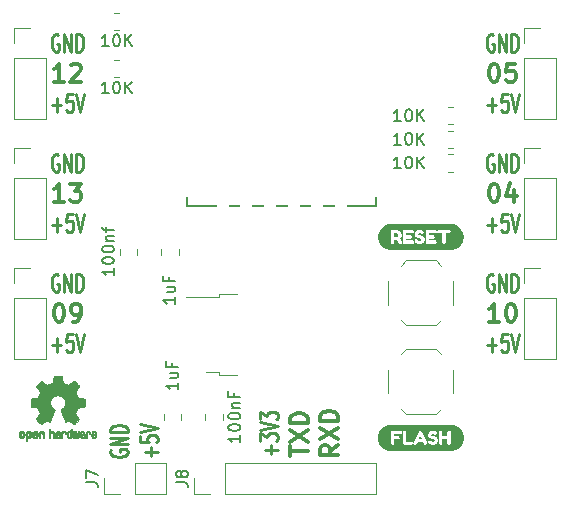
<source format=gto>
G04 #@! TF.GenerationSoftware,KiCad,Pcbnew,(6.0.5-0)*
G04 #@! TF.CreationDate,2022-06-12T23:19:16+02:00*
G04 #@! TF.ProjectId,ESP8266-Breakout,45535038-3236-4362-9d42-7265616b6f75,1.1*
G04 #@! TF.SameCoordinates,PX2faf080PY2faf080*
G04 #@! TF.FileFunction,Legend,Top*
G04 #@! TF.FilePolarity,Positive*
%FSLAX46Y46*%
G04 Gerber Fmt 4.6, Leading zero omitted, Abs format (unit mm)*
G04 Created by KiCad (PCBNEW (6.0.5-0)) date 2022-06-12 23:19:16*
%MOMM*%
%LPD*%
G01*
G04 APERTURE LIST*
%ADD10C,0.300000*%
%ADD11C,0.250000*%
%ADD12C,0.150000*%
%ADD13C,0.010000*%
%ADD14C,0.120000*%
%ADD15C,0.152400*%
%ADD16R,2.200000X1.200000*%
%ADD17R,6.400000X5.800000*%
%ADD18R,1.700000X1.000000*%
%ADD19R,1.700000X1.700000*%
%ADD20O,1.700000X1.700000*%
%ADD21R,2.500000X1.100000*%
%ADD22R,1.100000X2.500000*%
G04 APERTURE END LIST*
D10*
X29488571Y-44650000D02*
X28774285Y-45150000D01*
X29488571Y-45507142D02*
X27988571Y-45507142D01*
X27988571Y-44935714D01*
X28060000Y-44792857D01*
X28131428Y-44721428D01*
X28274285Y-44650000D01*
X28488571Y-44650000D01*
X28631428Y-44721428D01*
X28702857Y-44792857D01*
X28774285Y-44935714D01*
X28774285Y-45507142D01*
X27988571Y-44150000D02*
X29488571Y-43150000D01*
X27988571Y-43150000D02*
X29488571Y-44150000D01*
X29488571Y-42578571D02*
X27988571Y-42578571D01*
X27988571Y-42221428D01*
X28060000Y-42007142D01*
X28202857Y-41864285D01*
X28345714Y-41792857D01*
X28631428Y-41721428D01*
X28845714Y-41721428D01*
X29131428Y-41792857D01*
X29274285Y-41864285D01*
X29417142Y-42007142D01*
X29488571Y-42221428D01*
X29488571Y-42578571D01*
X25448571Y-45542857D02*
X25448571Y-44685714D01*
X26948571Y-45114285D02*
X25448571Y-45114285D01*
X25448571Y-44328571D02*
X26948571Y-43328571D01*
X25448571Y-43328571D02*
X26948571Y-44328571D01*
X26948571Y-42757142D02*
X25448571Y-42757142D01*
X25448571Y-42400000D01*
X25520000Y-42185714D01*
X25662857Y-42042857D01*
X25805714Y-41971428D01*
X26091428Y-41900000D01*
X26305714Y-41900000D01*
X26591428Y-41971428D01*
X26734285Y-42042857D01*
X26877142Y-42185714D01*
X26948571Y-42400000D01*
X26948571Y-42757142D01*
D11*
X23837142Y-45411904D02*
X23837142Y-44650000D01*
X24408571Y-45030952D02*
X23265714Y-45030952D01*
X22908571Y-44269047D02*
X22908571Y-43650000D01*
X23480000Y-43983333D01*
X23480000Y-43840476D01*
X23551428Y-43745238D01*
X23622857Y-43697619D01*
X23765714Y-43650000D01*
X24122857Y-43650000D01*
X24265714Y-43697619D01*
X24337142Y-43745238D01*
X24408571Y-43840476D01*
X24408571Y-44126190D01*
X24337142Y-44221428D01*
X24265714Y-44269047D01*
X22908571Y-43364285D02*
X24408571Y-43030952D01*
X22908571Y-42697619D01*
X22908571Y-42459523D02*
X22908571Y-41840476D01*
X23480000Y-42173809D01*
X23480000Y-42030952D01*
X23551428Y-41935714D01*
X23622857Y-41888095D01*
X23765714Y-41840476D01*
X24122857Y-41840476D01*
X24265714Y-41888095D01*
X24337142Y-41935714D01*
X24408571Y-42030952D01*
X24408571Y-42316666D01*
X24337142Y-42411904D01*
X24265714Y-42459523D01*
X10280000Y-45046904D02*
X10208571Y-45142142D01*
X10208571Y-45285000D01*
X10280000Y-45427857D01*
X10422857Y-45523095D01*
X10565714Y-45570714D01*
X10851428Y-45618333D01*
X11065714Y-45618333D01*
X11351428Y-45570714D01*
X11494285Y-45523095D01*
X11637142Y-45427857D01*
X11708571Y-45285000D01*
X11708571Y-45189761D01*
X11637142Y-45046904D01*
X11565714Y-44999285D01*
X11065714Y-44999285D01*
X11065714Y-45189761D01*
X11708571Y-44570714D02*
X10208571Y-44570714D01*
X11708571Y-43999285D01*
X10208571Y-43999285D01*
X11708571Y-43523095D02*
X10208571Y-43523095D01*
X10208571Y-43285000D01*
X10280000Y-43142142D01*
X10422857Y-43046904D01*
X10565714Y-42999285D01*
X10851428Y-42951666D01*
X11065714Y-42951666D01*
X11351428Y-42999285D01*
X11494285Y-43046904D01*
X11637142Y-43142142D01*
X11708571Y-43285000D01*
X11708571Y-43523095D01*
X13677142Y-45570714D02*
X13677142Y-44808809D01*
X14248571Y-45189761D02*
X13105714Y-45189761D01*
X12748571Y-43856428D02*
X12748571Y-44332619D01*
X13462857Y-44380238D01*
X13391428Y-44332619D01*
X13320000Y-44237380D01*
X13320000Y-43999285D01*
X13391428Y-43904047D01*
X13462857Y-43856428D01*
X13605714Y-43808809D01*
X13962857Y-43808809D01*
X14105714Y-43856428D01*
X14177142Y-43904047D01*
X14248571Y-43999285D01*
X14248571Y-44237380D01*
X14177142Y-44332619D01*
X14105714Y-44380238D01*
X12748571Y-43523095D02*
X14248571Y-43189761D01*
X12748571Y-42856428D01*
X5823095Y-30200000D02*
X5727857Y-30128571D01*
X5585000Y-30128571D01*
X5442142Y-30200000D01*
X5346904Y-30342857D01*
X5299285Y-30485714D01*
X5251666Y-30771428D01*
X5251666Y-30985714D01*
X5299285Y-31271428D01*
X5346904Y-31414285D01*
X5442142Y-31557142D01*
X5585000Y-31628571D01*
X5680238Y-31628571D01*
X5823095Y-31557142D01*
X5870714Y-31485714D01*
X5870714Y-30985714D01*
X5680238Y-30985714D01*
X6299285Y-31628571D02*
X6299285Y-30128571D01*
X6870714Y-31628571D01*
X6870714Y-30128571D01*
X7346904Y-31628571D02*
X7346904Y-30128571D01*
X7585000Y-30128571D01*
X7727857Y-30200000D01*
X7823095Y-30342857D01*
X7870714Y-30485714D01*
X7918333Y-30771428D01*
X7918333Y-30985714D01*
X7870714Y-31271428D01*
X7823095Y-31414285D01*
X7727857Y-31557142D01*
X7585000Y-31628571D01*
X7346904Y-31628571D01*
X5823095Y-20040000D02*
X5727857Y-19968571D01*
X5585000Y-19968571D01*
X5442142Y-20040000D01*
X5346904Y-20182857D01*
X5299285Y-20325714D01*
X5251666Y-20611428D01*
X5251666Y-20825714D01*
X5299285Y-21111428D01*
X5346904Y-21254285D01*
X5442142Y-21397142D01*
X5585000Y-21468571D01*
X5680238Y-21468571D01*
X5823095Y-21397142D01*
X5870714Y-21325714D01*
X5870714Y-20825714D01*
X5680238Y-20825714D01*
X6299285Y-21468571D02*
X6299285Y-19968571D01*
X6870714Y-21468571D01*
X6870714Y-19968571D01*
X7346904Y-21468571D02*
X7346904Y-19968571D01*
X7585000Y-19968571D01*
X7727857Y-20040000D01*
X7823095Y-20182857D01*
X7870714Y-20325714D01*
X7918333Y-20611428D01*
X7918333Y-20825714D01*
X7870714Y-21111428D01*
X7823095Y-21254285D01*
X7727857Y-21397142D01*
X7585000Y-21468571D01*
X7346904Y-21468571D01*
X5823095Y-9880000D02*
X5727857Y-9808571D01*
X5585000Y-9808571D01*
X5442142Y-9880000D01*
X5346904Y-10022857D01*
X5299285Y-10165714D01*
X5251666Y-10451428D01*
X5251666Y-10665714D01*
X5299285Y-10951428D01*
X5346904Y-11094285D01*
X5442142Y-11237142D01*
X5585000Y-11308571D01*
X5680238Y-11308571D01*
X5823095Y-11237142D01*
X5870714Y-11165714D01*
X5870714Y-10665714D01*
X5680238Y-10665714D01*
X6299285Y-11308571D02*
X6299285Y-9808571D01*
X6870714Y-11308571D01*
X6870714Y-9808571D01*
X7346904Y-11308571D02*
X7346904Y-9808571D01*
X7585000Y-9808571D01*
X7727857Y-9880000D01*
X7823095Y-10022857D01*
X7870714Y-10165714D01*
X7918333Y-10451428D01*
X7918333Y-10665714D01*
X7870714Y-10951428D01*
X7823095Y-11094285D01*
X7727857Y-11237142D01*
X7585000Y-11308571D01*
X7346904Y-11308571D01*
X42653095Y-9880000D02*
X42557857Y-9808571D01*
X42415000Y-9808571D01*
X42272142Y-9880000D01*
X42176904Y-10022857D01*
X42129285Y-10165714D01*
X42081666Y-10451428D01*
X42081666Y-10665714D01*
X42129285Y-10951428D01*
X42176904Y-11094285D01*
X42272142Y-11237142D01*
X42415000Y-11308571D01*
X42510238Y-11308571D01*
X42653095Y-11237142D01*
X42700714Y-11165714D01*
X42700714Y-10665714D01*
X42510238Y-10665714D01*
X43129285Y-11308571D02*
X43129285Y-9808571D01*
X43700714Y-11308571D01*
X43700714Y-9808571D01*
X44176904Y-11308571D02*
X44176904Y-9808571D01*
X44415000Y-9808571D01*
X44557857Y-9880000D01*
X44653095Y-10022857D01*
X44700714Y-10165714D01*
X44748333Y-10451428D01*
X44748333Y-10665714D01*
X44700714Y-10951428D01*
X44653095Y-11094285D01*
X44557857Y-11237142D01*
X44415000Y-11308571D01*
X44176904Y-11308571D01*
X42653095Y-30200000D02*
X42557857Y-30128571D01*
X42415000Y-30128571D01*
X42272142Y-30200000D01*
X42176904Y-30342857D01*
X42129285Y-30485714D01*
X42081666Y-30771428D01*
X42081666Y-30985714D01*
X42129285Y-31271428D01*
X42176904Y-31414285D01*
X42272142Y-31557142D01*
X42415000Y-31628571D01*
X42510238Y-31628571D01*
X42653095Y-31557142D01*
X42700714Y-31485714D01*
X42700714Y-30985714D01*
X42510238Y-30985714D01*
X43129285Y-31628571D02*
X43129285Y-30128571D01*
X43700714Y-31628571D01*
X43700714Y-30128571D01*
X44176904Y-31628571D02*
X44176904Y-30128571D01*
X44415000Y-30128571D01*
X44557857Y-30200000D01*
X44653095Y-30342857D01*
X44700714Y-30485714D01*
X44748333Y-30771428D01*
X44748333Y-30985714D01*
X44700714Y-31271428D01*
X44653095Y-31414285D01*
X44557857Y-31557142D01*
X44415000Y-31628571D01*
X44176904Y-31628571D01*
X5299285Y-15817142D02*
X6061190Y-15817142D01*
X5680238Y-16388571D02*
X5680238Y-15245714D01*
X7013571Y-14888571D02*
X6537380Y-14888571D01*
X6489761Y-15602857D01*
X6537380Y-15531428D01*
X6632619Y-15460000D01*
X6870714Y-15460000D01*
X6965952Y-15531428D01*
X7013571Y-15602857D01*
X7061190Y-15745714D01*
X7061190Y-16102857D01*
X7013571Y-16245714D01*
X6965952Y-16317142D01*
X6870714Y-16388571D01*
X6632619Y-16388571D01*
X6537380Y-16317142D01*
X6489761Y-16245714D01*
X7346904Y-14888571D02*
X7680238Y-16388571D01*
X8013571Y-14888571D01*
X5299285Y-25977142D02*
X6061190Y-25977142D01*
X5680238Y-26548571D02*
X5680238Y-25405714D01*
X7013571Y-25048571D02*
X6537380Y-25048571D01*
X6489761Y-25762857D01*
X6537380Y-25691428D01*
X6632619Y-25620000D01*
X6870714Y-25620000D01*
X6965952Y-25691428D01*
X7013571Y-25762857D01*
X7061190Y-25905714D01*
X7061190Y-26262857D01*
X7013571Y-26405714D01*
X6965952Y-26477142D01*
X6870714Y-26548571D01*
X6632619Y-26548571D01*
X6537380Y-26477142D01*
X6489761Y-26405714D01*
X7346904Y-25048571D02*
X7680238Y-26548571D01*
X8013571Y-25048571D01*
X5299285Y-36137142D02*
X6061190Y-36137142D01*
X5680238Y-36708571D02*
X5680238Y-35565714D01*
X7013571Y-35208571D02*
X6537380Y-35208571D01*
X6489761Y-35922857D01*
X6537380Y-35851428D01*
X6632619Y-35780000D01*
X6870714Y-35780000D01*
X6965952Y-35851428D01*
X7013571Y-35922857D01*
X7061190Y-36065714D01*
X7061190Y-36422857D01*
X7013571Y-36565714D01*
X6965952Y-36637142D01*
X6870714Y-36708571D01*
X6632619Y-36708571D01*
X6537380Y-36637142D01*
X6489761Y-36565714D01*
X7346904Y-35208571D02*
X7680238Y-36708571D01*
X8013571Y-35208571D01*
X42129285Y-15817142D02*
X42891190Y-15817142D01*
X42510238Y-16388571D02*
X42510238Y-15245714D01*
X43843571Y-14888571D02*
X43367380Y-14888571D01*
X43319761Y-15602857D01*
X43367380Y-15531428D01*
X43462619Y-15460000D01*
X43700714Y-15460000D01*
X43795952Y-15531428D01*
X43843571Y-15602857D01*
X43891190Y-15745714D01*
X43891190Y-16102857D01*
X43843571Y-16245714D01*
X43795952Y-16317142D01*
X43700714Y-16388571D01*
X43462619Y-16388571D01*
X43367380Y-16317142D01*
X43319761Y-16245714D01*
X44176904Y-14888571D02*
X44510238Y-16388571D01*
X44843571Y-14888571D01*
X42129285Y-36137142D02*
X42891190Y-36137142D01*
X42510238Y-36708571D02*
X42510238Y-35565714D01*
X43843571Y-35208571D02*
X43367380Y-35208571D01*
X43319761Y-35922857D01*
X43367380Y-35851428D01*
X43462619Y-35780000D01*
X43700714Y-35780000D01*
X43795952Y-35851428D01*
X43843571Y-35922857D01*
X43891190Y-36065714D01*
X43891190Y-36422857D01*
X43843571Y-36565714D01*
X43795952Y-36637142D01*
X43700714Y-36708571D01*
X43462619Y-36708571D01*
X43367380Y-36637142D01*
X43319761Y-36565714D01*
X44176904Y-35208571D02*
X44510238Y-36708571D01*
X44843571Y-35208571D01*
X42129285Y-25977142D02*
X42891190Y-25977142D01*
X42510238Y-26548571D02*
X42510238Y-25405714D01*
X43843571Y-25048571D02*
X43367380Y-25048571D01*
X43319761Y-25762857D01*
X43367380Y-25691428D01*
X43462619Y-25620000D01*
X43700714Y-25620000D01*
X43795952Y-25691428D01*
X43843571Y-25762857D01*
X43891190Y-25905714D01*
X43891190Y-26262857D01*
X43843571Y-26405714D01*
X43795952Y-26477142D01*
X43700714Y-26548571D01*
X43462619Y-26548571D01*
X43367380Y-26477142D01*
X43319761Y-26405714D01*
X44176904Y-25048571D02*
X44510238Y-26548571D01*
X44843571Y-25048571D01*
X42653095Y-20040000D02*
X42557857Y-19968571D01*
X42415000Y-19968571D01*
X42272142Y-20040000D01*
X42176904Y-20182857D01*
X42129285Y-20325714D01*
X42081666Y-20611428D01*
X42081666Y-20825714D01*
X42129285Y-21111428D01*
X42176904Y-21254285D01*
X42272142Y-21397142D01*
X42415000Y-21468571D01*
X42510238Y-21468571D01*
X42653095Y-21397142D01*
X42700714Y-21325714D01*
X42700714Y-20825714D01*
X42510238Y-20825714D01*
X43129285Y-21468571D02*
X43129285Y-19968571D01*
X43700714Y-21468571D01*
X43700714Y-19968571D01*
X44176904Y-21468571D02*
X44176904Y-19968571D01*
X44415000Y-19968571D01*
X44557857Y-20040000D01*
X44653095Y-20182857D01*
X44700714Y-20325714D01*
X44748333Y-20611428D01*
X44748333Y-20825714D01*
X44700714Y-21111428D01*
X44653095Y-21254285D01*
X44557857Y-21397142D01*
X44415000Y-21468571D01*
X44176904Y-21468571D01*
D10*
X6299285Y-13848571D02*
X5442142Y-13848571D01*
X5870714Y-13848571D02*
X5870714Y-12348571D01*
X5727857Y-12562857D01*
X5585000Y-12705714D01*
X5442142Y-12777142D01*
X6870714Y-12491428D02*
X6942142Y-12420000D01*
X7085000Y-12348571D01*
X7442142Y-12348571D01*
X7585000Y-12420000D01*
X7656428Y-12491428D01*
X7727857Y-12634285D01*
X7727857Y-12777142D01*
X7656428Y-12991428D01*
X6799285Y-13848571D01*
X7727857Y-13848571D01*
X6299285Y-24008571D02*
X5442142Y-24008571D01*
X5870714Y-24008571D02*
X5870714Y-22508571D01*
X5727857Y-22722857D01*
X5585000Y-22865714D01*
X5442142Y-22937142D01*
X6799285Y-22508571D02*
X7727857Y-22508571D01*
X7227857Y-23080000D01*
X7442142Y-23080000D01*
X7585000Y-23151428D01*
X7656428Y-23222857D01*
X7727857Y-23365714D01*
X7727857Y-23722857D01*
X7656428Y-23865714D01*
X7585000Y-23937142D01*
X7442142Y-24008571D01*
X7013571Y-24008571D01*
X6870714Y-23937142D01*
X6799285Y-23865714D01*
X5799285Y-32668571D02*
X5942142Y-32668571D01*
X6085000Y-32740000D01*
X6156428Y-32811428D01*
X6227857Y-32954285D01*
X6299285Y-33240000D01*
X6299285Y-33597142D01*
X6227857Y-33882857D01*
X6156428Y-34025714D01*
X6085000Y-34097142D01*
X5942142Y-34168571D01*
X5799285Y-34168571D01*
X5656428Y-34097142D01*
X5585000Y-34025714D01*
X5513571Y-33882857D01*
X5442142Y-33597142D01*
X5442142Y-33240000D01*
X5513571Y-32954285D01*
X5585000Y-32811428D01*
X5656428Y-32740000D01*
X5799285Y-32668571D01*
X7013571Y-34168571D02*
X7299285Y-34168571D01*
X7442142Y-34097142D01*
X7513571Y-34025714D01*
X7656428Y-33811428D01*
X7727857Y-33525714D01*
X7727857Y-32954285D01*
X7656428Y-32811428D01*
X7585000Y-32740000D01*
X7442142Y-32668571D01*
X7156428Y-32668571D01*
X7013571Y-32740000D01*
X6942142Y-32811428D01*
X6870714Y-32954285D01*
X6870714Y-33311428D01*
X6942142Y-33454285D01*
X7013571Y-33525714D01*
X7156428Y-33597142D01*
X7442142Y-33597142D01*
X7585000Y-33525714D01*
X7656428Y-33454285D01*
X7727857Y-33311428D01*
X43129285Y-34168571D02*
X42272142Y-34168571D01*
X42700714Y-34168571D02*
X42700714Y-32668571D01*
X42557857Y-32882857D01*
X42415000Y-33025714D01*
X42272142Y-33097142D01*
X44057857Y-32668571D02*
X44200714Y-32668571D01*
X44343571Y-32740000D01*
X44415000Y-32811428D01*
X44486428Y-32954285D01*
X44557857Y-33240000D01*
X44557857Y-33597142D01*
X44486428Y-33882857D01*
X44415000Y-34025714D01*
X44343571Y-34097142D01*
X44200714Y-34168571D01*
X44057857Y-34168571D01*
X43915000Y-34097142D01*
X43843571Y-34025714D01*
X43772142Y-33882857D01*
X43700714Y-33597142D01*
X43700714Y-33240000D01*
X43772142Y-32954285D01*
X43843571Y-32811428D01*
X43915000Y-32740000D01*
X44057857Y-32668571D01*
X42629285Y-22508571D02*
X42772142Y-22508571D01*
X42915000Y-22580000D01*
X42986428Y-22651428D01*
X43057857Y-22794285D01*
X43129285Y-23080000D01*
X43129285Y-23437142D01*
X43057857Y-23722857D01*
X42986428Y-23865714D01*
X42915000Y-23937142D01*
X42772142Y-24008571D01*
X42629285Y-24008571D01*
X42486428Y-23937142D01*
X42415000Y-23865714D01*
X42343571Y-23722857D01*
X42272142Y-23437142D01*
X42272142Y-23080000D01*
X42343571Y-22794285D01*
X42415000Y-22651428D01*
X42486428Y-22580000D01*
X42629285Y-22508571D01*
X44415000Y-23008571D02*
X44415000Y-24008571D01*
X44057857Y-22437142D02*
X43700714Y-23508571D01*
X44629285Y-23508571D01*
X42629285Y-12348571D02*
X42772142Y-12348571D01*
X42915000Y-12420000D01*
X42986428Y-12491428D01*
X43057857Y-12634285D01*
X43129285Y-12920000D01*
X43129285Y-13277142D01*
X43057857Y-13562857D01*
X42986428Y-13705714D01*
X42915000Y-13777142D01*
X42772142Y-13848571D01*
X42629285Y-13848571D01*
X42486428Y-13777142D01*
X42415000Y-13705714D01*
X42343571Y-13562857D01*
X42272142Y-13277142D01*
X42272142Y-12920000D01*
X42343571Y-12634285D01*
X42415000Y-12491428D01*
X42486428Y-12420000D01*
X42629285Y-12348571D01*
X44486428Y-12348571D02*
X43772142Y-12348571D01*
X43700714Y-13062857D01*
X43772142Y-12991428D01*
X43915000Y-12920000D01*
X44272142Y-12920000D01*
X44415000Y-12991428D01*
X44486428Y-13062857D01*
X44557857Y-13205714D01*
X44557857Y-13562857D01*
X44486428Y-13705714D01*
X44415000Y-13777142D01*
X44272142Y-13848571D01*
X43915000Y-13848571D01*
X43772142Y-13777142D01*
X43700714Y-13705714D01*
D12*
G04 #@! TO.C,R5*
X34809523Y-19202380D02*
X34238095Y-19202380D01*
X34523809Y-19202380D02*
X34523809Y-18202380D01*
X34428571Y-18345238D01*
X34333333Y-18440476D01*
X34238095Y-18488095D01*
X35428571Y-18202380D02*
X35523809Y-18202380D01*
X35619047Y-18250000D01*
X35666666Y-18297619D01*
X35714285Y-18392857D01*
X35761904Y-18583333D01*
X35761904Y-18821428D01*
X35714285Y-19011904D01*
X35666666Y-19107142D01*
X35619047Y-19154761D01*
X35523809Y-19202380D01*
X35428571Y-19202380D01*
X35333333Y-19154761D01*
X35285714Y-19107142D01*
X35238095Y-19011904D01*
X35190476Y-18821428D01*
X35190476Y-18583333D01*
X35238095Y-18392857D01*
X35285714Y-18297619D01*
X35333333Y-18250000D01*
X35428571Y-18202380D01*
X36190476Y-19202380D02*
X36190476Y-18202380D01*
X36761904Y-19202380D02*
X36333333Y-18630952D01*
X36761904Y-18202380D02*
X36190476Y-18773809D01*
G04 #@! TO.C,R4*
X34809523Y-21202380D02*
X34238095Y-21202380D01*
X34523809Y-21202380D02*
X34523809Y-20202380D01*
X34428571Y-20345238D01*
X34333333Y-20440476D01*
X34238095Y-20488095D01*
X35428571Y-20202380D02*
X35523809Y-20202380D01*
X35619047Y-20250000D01*
X35666666Y-20297619D01*
X35714285Y-20392857D01*
X35761904Y-20583333D01*
X35761904Y-20821428D01*
X35714285Y-21011904D01*
X35666666Y-21107142D01*
X35619047Y-21154761D01*
X35523809Y-21202380D01*
X35428571Y-21202380D01*
X35333333Y-21154761D01*
X35285714Y-21107142D01*
X35238095Y-21011904D01*
X35190476Y-20821428D01*
X35190476Y-20583333D01*
X35238095Y-20392857D01*
X35285714Y-20297619D01*
X35333333Y-20250000D01*
X35428571Y-20202380D01*
X36190476Y-21202380D02*
X36190476Y-20202380D01*
X36761904Y-21202380D02*
X36333333Y-20630952D01*
X36761904Y-20202380D02*
X36190476Y-20773809D01*
G04 #@! TO.C,R3*
X34809523Y-17202380D02*
X34238095Y-17202380D01*
X34523809Y-17202380D02*
X34523809Y-16202380D01*
X34428571Y-16345238D01*
X34333333Y-16440476D01*
X34238095Y-16488095D01*
X35428571Y-16202380D02*
X35523809Y-16202380D01*
X35619047Y-16250000D01*
X35666666Y-16297619D01*
X35714285Y-16392857D01*
X35761904Y-16583333D01*
X35761904Y-16821428D01*
X35714285Y-17011904D01*
X35666666Y-17107142D01*
X35619047Y-17154761D01*
X35523809Y-17202380D01*
X35428571Y-17202380D01*
X35333333Y-17154761D01*
X35285714Y-17107142D01*
X35238095Y-17011904D01*
X35190476Y-16821428D01*
X35190476Y-16583333D01*
X35238095Y-16392857D01*
X35285714Y-16297619D01*
X35333333Y-16250000D01*
X35428571Y-16202380D01*
X36190476Y-17202380D02*
X36190476Y-16202380D01*
X36761904Y-17202380D02*
X36333333Y-16630952D01*
X36761904Y-16202380D02*
X36190476Y-16773809D01*
G04 #@! TO.C,R2*
X10059523Y-10852380D02*
X9488095Y-10852380D01*
X9773809Y-10852380D02*
X9773809Y-9852380D01*
X9678571Y-9995238D01*
X9583333Y-10090476D01*
X9488095Y-10138095D01*
X10678571Y-9852380D02*
X10773809Y-9852380D01*
X10869047Y-9900000D01*
X10916666Y-9947619D01*
X10964285Y-10042857D01*
X11011904Y-10233333D01*
X11011904Y-10471428D01*
X10964285Y-10661904D01*
X10916666Y-10757142D01*
X10869047Y-10804761D01*
X10773809Y-10852380D01*
X10678571Y-10852380D01*
X10583333Y-10804761D01*
X10535714Y-10757142D01*
X10488095Y-10661904D01*
X10440476Y-10471428D01*
X10440476Y-10233333D01*
X10488095Y-10042857D01*
X10535714Y-9947619D01*
X10583333Y-9900000D01*
X10678571Y-9852380D01*
X11440476Y-10852380D02*
X11440476Y-9852380D01*
X12011904Y-10852380D02*
X11583333Y-10280952D01*
X12011904Y-9852380D02*
X11440476Y-10423809D01*
G04 #@! TO.C,R1*
X10059523Y-14852380D02*
X9488095Y-14852380D01*
X9773809Y-14852380D02*
X9773809Y-13852380D01*
X9678571Y-13995238D01*
X9583333Y-14090476D01*
X9488095Y-14138095D01*
X10678571Y-13852380D02*
X10773809Y-13852380D01*
X10869047Y-13900000D01*
X10916666Y-13947619D01*
X10964285Y-14042857D01*
X11011904Y-14233333D01*
X11011904Y-14471428D01*
X10964285Y-14661904D01*
X10916666Y-14757142D01*
X10869047Y-14804761D01*
X10773809Y-14852380D01*
X10678571Y-14852380D01*
X10583333Y-14804761D01*
X10535714Y-14757142D01*
X10488095Y-14661904D01*
X10440476Y-14471428D01*
X10440476Y-14233333D01*
X10488095Y-14042857D01*
X10535714Y-13947619D01*
X10583333Y-13900000D01*
X10678571Y-13852380D01*
X11440476Y-14852380D02*
X11440476Y-13852380D01*
X12011904Y-14852380D02*
X11583333Y-14280952D01*
X12011904Y-13852380D02*
X11440476Y-14423809D01*
G04 #@! TO.C,J8*
X15772380Y-47793333D02*
X16486666Y-47793333D01*
X16629523Y-47840952D01*
X16724761Y-47936190D01*
X16772380Y-48079047D01*
X16772380Y-48174285D01*
X16200952Y-47174285D02*
X16153333Y-47269523D01*
X16105714Y-47317142D01*
X16010476Y-47364761D01*
X15962857Y-47364761D01*
X15867619Y-47317142D01*
X15820000Y-47269523D01*
X15772380Y-47174285D01*
X15772380Y-46983809D01*
X15820000Y-46888571D01*
X15867619Y-46840952D01*
X15962857Y-46793333D01*
X16010476Y-46793333D01*
X16105714Y-46840952D01*
X16153333Y-46888571D01*
X16200952Y-46983809D01*
X16200952Y-47174285D01*
X16248571Y-47269523D01*
X16296190Y-47317142D01*
X16391428Y-47364761D01*
X16581904Y-47364761D01*
X16677142Y-47317142D01*
X16724761Y-47269523D01*
X16772380Y-47174285D01*
X16772380Y-46983809D01*
X16724761Y-46888571D01*
X16677142Y-46840952D01*
X16581904Y-46793333D01*
X16391428Y-46793333D01*
X16296190Y-46840952D01*
X16248571Y-46888571D01*
X16200952Y-46983809D01*
G04 #@! TO.C,J7*
X8152380Y-47793333D02*
X8866666Y-47793333D01*
X9009523Y-47840952D01*
X9104761Y-47936190D01*
X9152380Y-48079047D01*
X9152380Y-48174285D01*
X8152380Y-47412380D02*
X8152380Y-46745714D01*
X9152380Y-47174285D01*
G04 #@! TO.C,C4*
X10522380Y-29654761D02*
X10522380Y-30226190D01*
X10522380Y-29940476D02*
X9522380Y-29940476D01*
X9665238Y-30035714D01*
X9760476Y-30130952D01*
X9808095Y-30226190D01*
X9522380Y-29035714D02*
X9522380Y-28940476D01*
X9570000Y-28845238D01*
X9617619Y-28797619D01*
X9712857Y-28750000D01*
X9903333Y-28702380D01*
X10141428Y-28702380D01*
X10331904Y-28750000D01*
X10427142Y-28797619D01*
X10474761Y-28845238D01*
X10522380Y-28940476D01*
X10522380Y-29035714D01*
X10474761Y-29130952D01*
X10427142Y-29178571D01*
X10331904Y-29226190D01*
X10141428Y-29273809D01*
X9903333Y-29273809D01*
X9712857Y-29226190D01*
X9617619Y-29178571D01*
X9570000Y-29130952D01*
X9522380Y-29035714D01*
X9522380Y-28083333D02*
X9522380Y-27988095D01*
X9570000Y-27892857D01*
X9617619Y-27845238D01*
X9712857Y-27797619D01*
X9903333Y-27750000D01*
X10141428Y-27750000D01*
X10331904Y-27797619D01*
X10427142Y-27845238D01*
X10474761Y-27892857D01*
X10522380Y-27988095D01*
X10522380Y-28083333D01*
X10474761Y-28178571D01*
X10427142Y-28226190D01*
X10331904Y-28273809D01*
X10141428Y-28321428D01*
X9903333Y-28321428D01*
X9712857Y-28273809D01*
X9617619Y-28226190D01*
X9570000Y-28178571D01*
X9522380Y-28083333D01*
X9855714Y-27321428D02*
X10522380Y-27321428D01*
X9950952Y-27321428D02*
X9903333Y-27273809D01*
X9855714Y-27178571D01*
X9855714Y-27035714D01*
X9903333Y-26940476D01*
X9998571Y-26892857D01*
X10522380Y-26892857D01*
X9855714Y-26559523D02*
X9855714Y-26178571D01*
X10522380Y-26416666D02*
X9665238Y-26416666D01*
X9570000Y-26369047D01*
X9522380Y-26273809D01*
X9522380Y-26178571D01*
G04 #@! TO.C,C3*
X15702380Y-32095238D02*
X15702380Y-32666666D01*
X15702380Y-32380952D02*
X14702380Y-32380952D01*
X14845238Y-32476190D01*
X14940476Y-32571428D01*
X14988095Y-32666666D01*
X15035714Y-31238095D02*
X15702380Y-31238095D01*
X15035714Y-31666666D02*
X15559523Y-31666666D01*
X15654761Y-31619047D01*
X15702380Y-31523809D01*
X15702380Y-31380952D01*
X15654761Y-31285714D01*
X15607142Y-31238095D01*
X15178571Y-30428571D02*
X15178571Y-30761904D01*
X15702380Y-30761904D02*
X14702380Y-30761904D01*
X14702380Y-30285714D01*
G04 #@! TO.C,C2*
X21202380Y-43797619D02*
X21202380Y-44369047D01*
X21202380Y-44083333D02*
X20202380Y-44083333D01*
X20345238Y-44178571D01*
X20440476Y-44273809D01*
X20488095Y-44369047D01*
X20202380Y-43178571D02*
X20202380Y-43083333D01*
X20250000Y-42988095D01*
X20297619Y-42940476D01*
X20392857Y-42892857D01*
X20583333Y-42845238D01*
X20821428Y-42845238D01*
X21011904Y-42892857D01*
X21107142Y-42940476D01*
X21154761Y-42988095D01*
X21202380Y-43083333D01*
X21202380Y-43178571D01*
X21154761Y-43273809D01*
X21107142Y-43321428D01*
X21011904Y-43369047D01*
X20821428Y-43416666D01*
X20583333Y-43416666D01*
X20392857Y-43369047D01*
X20297619Y-43321428D01*
X20250000Y-43273809D01*
X20202380Y-43178571D01*
X20202380Y-42226190D02*
X20202380Y-42130952D01*
X20250000Y-42035714D01*
X20297619Y-41988095D01*
X20392857Y-41940476D01*
X20583333Y-41892857D01*
X20821428Y-41892857D01*
X21011904Y-41940476D01*
X21107142Y-41988095D01*
X21154761Y-42035714D01*
X21202380Y-42130952D01*
X21202380Y-42226190D01*
X21154761Y-42321428D01*
X21107142Y-42369047D01*
X21011904Y-42416666D01*
X20821428Y-42464285D01*
X20583333Y-42464285D01*
X20392857Y-42416666D01*
X20297619Y-42369047D01*
X20250000Y-42321428D01*
X20202380Y-42226190D01*
X20535714Y-41464285D02*
X21202380Y-41464285D01*
X20630952Y-41464285D02*
X20583333Y-41416666D01*
X20535714Y-41321428D01*
X20535714Y-41178571D01*
X20583333Y-41083333D01*
X20678571Y-41035714D01*
X21202380Y-41035714D01*
X20678571Y-40226190D02*
X20678571Y-40559523D01*
X21202380Y-40559523D02*
X20202380Y-40559523D01*
X20202380Y-40083333D01*
G04 #@! TO.C,C1*
X15952380Y-39345238D02*
X15952380Y-39916666D01*
X15952380Y-39630952D02*
X14952380Y-39630952D01*
X15095238Y-39726190D01*
X15190476Y-39821428D01*
X15238095Y-39916666D01*
X15285714Y-38488095D02*
X15952380Y-38488095D01*
X15285714Y-38916666D02*
X15809523Y-38916666D01*
X15904761Y-38869047D01*
X15952380Y-38773809D01*
X15952380Y-38630952D01*
X15904761Y-38535714D01*
X15857142Y-38488095D01*
X15428571Y-37678571D02*
X15428571Y-38011904D01*
X15952380Y-38011904D02*
X14952380Y-38011904D01*
X14952380Y-37535714D01*
G04 #@! TO.C,REF\u002A\u002A*
G36*
X7529833Y-43458663D02*
G01*
X7532048Y-43496850D01*
X7533784Y-43554886D01*
X7534899Y-43628180D01*
X7535257Y-43705055D01*
X7535257Y-43965196D01*
X7489326Y-44011127D01*
X7457675Y-44039429D01*
X7429890Y-44050893D01*
X7391915Y-44050168D01*
X7376840Y-44048321D01*
X7329726Y-44042948D01*
X7290756Y-44039869D01*
X7281257Y-44039585D01*
X7249233Y-44041445D01*
X7203432Y-44046114D01*
X7185674Y-44048321D01*
X7142057Y-44051735D01*
X7112745Y-44044320D01*
X7083680Y-44021427D01*
X7073188Y-44011127D01*
X7027257Y-43965196D01*
X7027257Y-43478602D01*
X7064226Y-43461758D01*
X7096059Y-43449282D01*
X7114683Y-43444914D01*
X7119458Y-43458718D01*
X7123921Y-43497286D01*
X7127775Y-43556356D01*
X7130722Y-43631663D01*
X7132143Y-43695286D01*
X7136114Y-43945657D01*
X7170759Y-43950556D01*
X7202268Y-43947131D01*
X7217708Y-43936041D01*
X7222023Y-43915308D01*
X7225708Y-43871145D01*
X7228469Y-43809146D01*
X7230012Y-43734909D01*
X7230235Y-43696706D01*
X7230457Y-43476783D01*
X7276166Y-43460849D01*
X7308518Y-43450015D01*
X7326115Y-43444962D01*
X7326623Y-43444914D01*
X7328388Y-43458648D01*
X7330329Y-43496730D01*
X7332282Y-43554482D01*
X7334084Y-43627227D01*
X7335343Y-43695286D01*
X7339314Y-43945657D01*
X7426400Y-43945657D01*
X7430396Y-43717240D01*
X7434392Y-43488822D01*
X7476847Y-43466868D01*
X7508192Y-43451793D01*
X7526744Y-43444951D01*
X7527279Y-43444914D01*
X7529833Y-43458663D01*
G37*
D13*
X7529833Y-43458663D02*
X7532048Y-43496850D01*
X7533784Y-43554886D01*
X7534899Y-43628180D01*
X7535257Y-43705055D01*
X7535257Y-43965196D01*
X7489326Y-44011127D01*
X7457675Y-44039429D01*
X7429890Y-44050893D01*
X7391915Y-44050168D01*
X7376840Y-44048321D01*
X7329726Y-44042948D01*
X7290756Y-44039869D01*
X7281257Y-44039585D01*
X7249233Y-44041445D01*
X7203432Y-44046114D01*
X7185674Y-44048321D01*
X7142057Y-44051735D01*
X7112745Y-44044320D01*
X7083680Y-44021427D01*
X7073188Y-44011127D01*
X7027257Y-43965196D01*
X7027257Y-43478602D01*
X7064226Y-43461758D01*
X7096059Y-43449282D01*
X7114683Y-43444914D01*
X7119458Y-43458718D01*
X7123921Y-43497286D01*
X7127775Y-43556356D01*
X7130722Y-43631663D01*
X7132143Y-43695286D01*
X7136114Y-43945657D01*
X7170759Y-43950556D01*
X7202268Y-43947131D01*
X7217708Y-43936041D01*
X7222023Y-43915308D01*
X7225708Y-43871145D01*
X7228469Y-43809146D01*
X7230012Y-43734909D01*
X7230235Y-43696706D01*
X7230457Y-43476783D01*
X7276166Y-43460849D01*
X7308518Y-43450015D01*
X7326115Y-43444962D01*
X7326623Y-43444914D01*
X7328388Y-43458648D01*
X7330329Y-43496730D01*
X7332282Y-43554482D01*
X7334084Y-43627227D01*
X7335343Y-43695286D01*
X7339314Y-43945657D01*
X7426400Y-43945657D01*
X7430396Y-43717240D01*
X7434392Y-43488822D01*
X7476847Y-43466868D01*
X7508192Y-43451793D01*
X7526744Y-43444951D01*
X7527279Y-43444914D01*
X7529833Y-43458663D01*
G36*
X2487096Y-43608159D02*
G01*
X2492068Y-43571949D01*
X2500713Y-43545299D01*
X2514005Y-43521722D01*
X2516943Y-43517338D01*
X2566313Y-43458249D01*
X2620109Y-43423947D01*
X2685602Y-43410331D01*
X2707842Y-43409665D01*
X2791115Y-43421962D01*
X2859145Y-43457733D01*
X2909351Y-43515301D01*
X2927185Y-43552312D01*
X2941063Y-43607882D01*
X2948167Y-43678096D01*
X2948840Y-43754727D01*
X2943427Y-43829552D01*
X2932270Y-43894342D01*
X2915714Y-43940873D01*
X2910626Y-43948887D01*
X2850355Y-44008707D01*
X2778769Y-44044535D01*
X2701092Y-44055020D01*
X2622548Y-44038810D01*
X2600689Y-44029092D01*
X2558122Y-43999143D01*
X2520763Y-43959433D01*
X2517232Y-43954397D01*
X2502881Y-43930124D01*
X2493394Y-43904178D01*
X2487790Y-43870022D01*
X2485086Y-43821119D01*
X2484299Y-43750935D01*
X2484286Y-43735200D01*
X2484322Y-43730192D01*
X2629429Y-43730192D01*
X2630273Y-43796430D01*
X2633596Y-43840386D01*
X2640583Y-43868779D01*
X2652416Y-43888325D01*
X2658457Y-43894857D01*
X2693186Y-43919680D01*
X2726903Y-43918548D01*
X2760995Y-43897016D01*
X2781329Y-43874029D01*
X2793371Y-43840478D01*
X2800134Y-43787569D01*
X2800598Y-43781399D01*
X2801752Y-43685513D01*
X2789688Y-43614299D01*
X2764570Y-43568194D01*
X2726560Y-43547635D01*
X2712992Y-43546514D01*
X2677364Y-43552152D01*
X2652994Y-43571686D01*
X2638093Y-43609042D01*
X2630875Y-43668150D01*
X2629429Y-43730192D01*
X2484322Y-43730192D01*
X2484826Y-43660413D01*
X2487096Y-43608159D01*
G37*
X2487096Y-43608159D02*
X2492068Y-43571949D01*
X2500713Y-43545299D01*
X2514005Y-43521722D01*
X2516943Y-43517338D01*
X2566313Y-43458249D01*
X2620109Y-43423947D01*
X2685602Y-43410331D01*
X2707842Y-43409665D01*
X2791115Y-43421962D01*
X2859145Y-43457733D01*
X2909351Y-43515301D01*
X2927185Y-43552312D01*
X2941063Y-43607882D01*
X2948167Y-43678096D01*
X2948840Y-43754727D01*
X2943427Y-43829552D01*
X2932270Y-43894342D01*
X2915714Y-43940873D01*
X2910626Y-43948887D01*
X2850355Y-44008707D01*
X2778769Y-44044535D01*
X2701092Y-44055020D01*
X2622548Y-44038810D01*
X2600689Y-44029092D01*
X2558122Y-43999143D01*
X2520763Y-43959433D01*
X2517232Y-43954397D01*
X2502881Y-43930124D01*
X2493394Y-43904178D01*
X2487790Y-43870022D01*
X2485086Y-43821119D01*
X2484299Y-43750935D01*
X2484286Y-43735200D01*
X2484322Y-43730192D01*
X2629429Y-43730192D01*
X2630273Y-43796430D01*
X2633596Y-43840386D01*
X2640583Y-43868779D01*
X2652416Y-43888325D01*
X2658457Y-43894857D01*
X2693186Y-43919680D01*
X2726903Y-43918548D01*
X2760995Y-43897016D01*
X2781329Y-43874029D01*
X2793371Y-43840478D01*
X2800134Y-43787569D01*
X2800598Y-43781399D01*
X2801752Y-43685513D01*
X2789688Y-43614299D01*
X2764570Y-43568194D01*
X2726560Y-43547635D01*
X2712992Y-43546514D01*
X2677364Y-43552152D01*
X2652994Y-43571686D01*
X2638093Y-43609042D01*
X2630875Y-43668150D01*
X2629429Y-43730192D01*
X2484322Y-43730192D01*
X2484826Y-43660413D01*
X2487096Y-43608159D01*
G36*
X8618196Y-43595384D02*
G01*
X8631884Y-43546695D01*
X8654096Y-43510849D01*
X8686574Y-43482513D01*
X8700733Y-43473355D01*
X8765053Y-43449507D01*
X8835473Y-43448006D01*
X8903595Y-43466966D01*
X8961021Y-43504497D01*
X8988719Y-43538096D01*
X9010662Y-43599064D01*
X9012405Y-43647308D01*
X9008457Y-43711816D01*
X8859686Y-43776934D01*
X8787349Y-43810202D01*
X8740084Y-43836964D01*
X8715507Y-43860144D01*
X8711237Y-43882667D01*
X8724889Y-43907455D01*
X8739943Y-43923886D01*
X8783746Y-43950235D01*
X8831389Y-43952081D01*
X8875145Y-43931546D01*
X8907289Y-43890752D01*
X8913038Y-43876347D01*
X8940576Y-43831356D01*
X8972258Y-43812182D01*
X9015714Y-43795779D01*
X9015714Y-43857966D01*
X9011872Y-43900283D01*
X8996823Y-43935969D01*
X8965280Y-43976943D01*
X8960592Y-43982267D01*
X8925506Y-44018720D01*
X8895347Y-44038283D01*
X8857615Y-44047283D01*
X8826335Y-44050230D01*
X8770385Y-44050965D01*
X8730555Y-44041660D01*
X8705708Y-44027846D01*
X8666656Y-43997467D01*
X8639625Y-43964613D01*
X8622517Y-43923294D01*
X8613238Y-43867521D01*
X8609693Y-43791305D01*
X8609410Y-43752622D01*
X8610372Y-43706247D01*
X8698007Y-43706247D01*
X8699023Y-43731126D01*
X8701556Y-43735200D01*
X8718274Y-43729665D01*
X8754249Y-43715017D01*
X8802331Y-43694190D01*
X8812386Y-43689714D01*
X8873152Y-43658814D01*
X8906632Y-43631657D01*
X8913990Y-43606220D01*
X8896391Y-43580481D01*
X8881856Y-43569109D01*
X8829410Y-43546364D01*
X8780322Y-43550122D01*
X8739227Y-43577884D01*
X8710758Y-43627152D01*
X8701631Y-43666257D01*
X8698007Y-43706247D01*
X8610372Y-43706247D01*
X8611285Y-43662249D01*
X8618196Y-43595384D01*
G37*
X8618196Y-43595384D02*
X8631884Y-43546695D01*
X8654096Y-43510849D01*
X8686574Y-43482513D01*
X8700733Y-43473355D01*
X8765053Y-43449507D01*
X8835473Y-43448006D01*
X8903595Y-43466966D01*
X8961021Y-43504497D01*
X8988719Y-43538096D01*
X9010662Y-43599064D01*
X9012405Y-43647308D01*
X9008457Y-43711816D01*
X8859686Y-43776934D01*
X8787349Y-43810202D01*
X8740084Y-43836964D01*
X8715507Y-43860144D01*
X8711237Y-43882667D01*
X8724889Y-43907455D01*
X8739943Y-43923886D01*
X8783746Y-43950235D01*
X8831389Y-43952081D01*
X8875145Y-43931546D01*
X8907289Y-43890752D01*
X8913038Y-43876347D01*
X8940576Y-43831356D01*
X8972258Y-43812182D01*
X9015714Y-43795779D01*
X9015714Y-43857966D01*
X9011872Y-43900283D01*
X8996823Y-43935969D01*
X8965280Y-43976943D01*
X8960592Y-43982267D01*
X8925506Y-44018720D01*
X8895347Y-44038283D01*
X8857615Y-44047283D01*
X8826335Y-44050230D01*
X8770385Y-44050965D01*
X8730555Y-44041660D01*
X8705708Y-44027846D01*
X8666656Y-43997467D01*
X8639625Y-43964613D01*
X8622517Y-43923294D01*
X8613238Y-43867521D01*
X8609693Y-43791305D01*
X8609410Y-43752622D01*
X8610372Y-43706247D01*
X8698007Y-43706247D01*
X8699023Y-43731126D01*
X8701556Y-43735200D01*
X8718274Y-43729665D01*
X8754249Y-43715017D01*
X8802331Y-43694190D01*
X8812386Y-43689714D01*
X8873152Y-43658814D01*
X8906632Y-43631657D01*
X8913990Y-43606220D01*
X8896391Y-43580481D01*
X8881856Y-43569109D01*
X8829410Y-43546364D01*
X8780322Y-43550122D01*
X8739227Y-43577884D01*
X8710758Y-43627152D01*
X8701631Y-43666257D01*
X8698007Y-43706247D01*
X8610372Y-43706247D01*
X8611285Y-43662249D01*
X8618196Y-43595384D01*
G36*
X4466093Y-43427780D02*
G01*
X4512672Y-43454723D01*
X4545057Y-43481466D01*
X4568742Y-43509484D01*
X4585059Y-43543748D01*
X4595339Y-43589227D01*
X4600914Y-43650892D01*
X4603116Y-43733711D01*
X4603371Y-43793246D01*
X4603371Y-44012391D01*
X4541686Y-44040044D01*
X4480000Y-44067697D01*
X4472743Y-43827670D01*
X4469744Y-43738028D01*
X4466598Y-43672962D01*
X4462701Y-43628026D01*
X4457447Y-43598770D01*
X4450231Y-43580748D01*
X4440450Y-43569511D01*
X4437312Y-43567079D01*
X4389761Y-43548083D01*
X4341697Y-43555600D01*
X4313086Y-43575543D01*
X4301447Y-43589675D01*
X4293391Y-43608220D01*
X4288271Y-43636334D01*
X4285441Y-43679173D01*
X4284256Y-43741895D01*
X4284057Y-43807261D01*
X4284018Y-43889268D01*
X4282614Y-43947316D01*
X4277914Y-43986465D01*
X4267987Y-44011780D01*
X4250903Y-44028323D01*
X4224732Y-44041156D01*
X4189775Y-44054491D01*
X4151596Y-44069007D01*
X4156141Y-43811389D01*
X4157971Y-43718519D01*
X4160112Y-43649889D01*
X4163181Y-43600711D01*
X4167794Y-43566198D01*
X4174568Y-43541562D01*
X4184119Y-43522016D01*
X4195634Y-43504770D01*
X4251190Y-43449680D01*
X4318980Y-43417822D01*
X4392713Y-43410191D01*
X4466093Y-43427780D01*
G37*
X4466093Y-43427780D02*
X4512672Y-43454723D01*
X4545057Y-43481466D01*
X4568742Y-43509484D01*
X4585059Y-43543748D01*
X4595339Y-43589227D01*
X4600914Y-43650892D01*
X4603116Y-43733711D01*
X4603371Y-43793246D01*
X4603371Y-44012391D01*
X4541686Y-44040044D01*
X4480000Y-44067697D01*
X4472743Y-43827670D01*
X4469744Y-43738028D01*
X4466598Y-43672962D01*
X4462701Y-43628026D01*
X4457447Y-43598770D01*
X4450231Y-43580748D01*
X4440450Y-43569511D01*
X4437312Y-43567079D01*
X4389761Y-43548083D01*
X4341697Y-43555600D01*
X4313086Y-43575543D01*
X4301447Y-43589675D01*
X4293391Y-43608220D01*
X4288271Y-43636334D01*
X4285441Y-43679173D01*
X4284256Y-43741895D01*
X4284057Y-43807261D01*
X4284018Y-43889268D01*
X4282614Y-43947316D01*
X4277914Y-43986465D01*
X4267987Y-44011780D01*
X4250903Y-44028323D01*
X4224732Y-44041156D01*
X4189775Y-44054491D01*
X4151596Y-44069007D01*
X4156141Y-43811389D01*
X4157971Y-43718519D01*
X4160112Y-43649889D01*
X4163181Y-43600711D01*
X4167794Y-43566198D01*
X4174568Y-43541562D01*
X4184119Y-43522016D01*
X4195634Y-43504770D01*
X4251190Y-43449680D01*
X4318980Y-43417822D01*
X4392713Y-43410191D01*
X4466093Y-43427780D01*
G36*
X8402600Y-43458752D02*
G01*
X8419948Y-43466334D01*
X8461356Y-43499128D01*
X8496765Y-43546547D01*
X8518664Y-43597151D01*
X8522229Y-43622098D01*
X8510279Y-43656927D01*
X8484067Y-43675357D01*
X8455964Y-43686516D01*
X8443095Y-43688572D01*
X8436829Y-43673649D01*
X8424456Y-43641175D01*
X8419028Y-43626502D01*
X8388590Y-43575744D01*
X8344520Y-43550427D01*
X8288010Y-43551206D01*
X8283825Y-43552203D01*
X8253655Y-43566507D01*
X8231476Y-43594393D01*
X8216327Y-43639287D01*
X8207250Y-43704615D01*
X8203286Y-43793804D01*
X8202914Y-43841261D01*
X8202730Y-43916071D01*
X8201522Y-43967069D01*
X8198309Y-43999471D01*
X8192109Y-44018495D01*
X8181940Y-44029356D01*
X8166819Y-44037272D01*
X8165946Y-44037670D01*
X8136828Y-44049981D01*
X8122403Y-44054514D01*
X8120186Y-44040809D01*
X8118289Y-44002925D01*
X8116847Y-43945715D01*
X8115998Y-43874027D01*
X8115829Y-43821565D01*
X8116692Y-43720047D01*
X8120070Y-43643032D01*
X8127142Y-43586023D01*
X8139088Y-43544526D01*
X8157090Y-43514043D01*
X8182327Y-43490080D01*
X8207247Y-43473355D01*
X8267171Y-43451097D01*
X8336911Y-43446076D01*
X8402600Y-43458752D01*
G37*
X8402600Y-43458752D02*
X8419948Y-43466334D01*
X8461356Y-43499128D01*
X8496765Y-43546547D01*
X8518664Y-43597151D01*
X8522229Y-43622098D01*
X8510279Y-43656927D01*
X8484067Y-43675357D01*
X8455964Y-43686516D01*
X8443095Y-43688572D01*
X8436829Y-43673649D01*
X8424456Y-43641175D01*
X8419028Y-43626502D01*
X8388590Y-43575744D01*
X8344520Y-43550427D01*
X8288010Y-43551206D01*
X8283825Y-43552203D01*
X8253655Y-43566507D01*
X8231476Y-43594393D01*
X8216327Y-43639287D01*
X8207250Y-43704615D01*
X8203286Y-43793804D01*
X8202914Y-43841261D01*
X8202730Y-43916071D01*
X8201522Y-43967069D01*
X8198309Y-43999471D01*
X8192109Y-44018495D01*
X8181940Y-44029356D01*
X8166819Y-44037272D01*
X8165946Y-44037670D01*
X8136828Y-44049981D01*
X8122403Y-44054514D01*
X8120186Y-44040809D01*
X8118289Y-44002925D01*
X8116847Y-43945715D01*
X8115998Y-43874027D01*
X8115829Y-43821565D01*
X8116692Y-43720047D01*
X8120070Y-43643032D01*
X8127142Y-43586023D01*
X8139088Y-43544526D01*
X8157090Y-43514043D01*
X8182327Y-43490080D01*
X8207247Y-43473355D01*
X8267171Y-43451097D01*
X8336911Y-43446076D01*
X8402600Y-43458752D01*
G36*
X6534726Y-43590086D02*
G01*
X6557135Y-43538600D01*
X6592124Y-43498443D01*
X6619375Y-43477861D01*
X6668907Y-43455625D01*
X6726316Y-43445304D01*
X6779682Y-43448067D01*
X6809543Y-43459212D01*
X6821261Y-43462383D01*
X6829037Y-43450557D01*
X6834465Y-43418866D01*
X6838571Y-43370593D01*
X6843067Y-43316829D01*
X6849313Y-43284482D01*
X6860676Y-43265985D01*
X6880528Y-43253770D01*
X6893000Y-43248362D01*
X6940171Y-43228601D01*
X6940117Y-43565358D01*
X6939933Y-43673837D01*
X6939219Y-43757287D01*
X6937675Y-43819704D01*
X6935001Y-43865085D01*
X6930894Y-43897429D01*
X6925055Y-43920733D01*
X6917182Y-43938995D01*
X6911221Y-43949418D01*
X6861855Y-44005945D01*
X6799264Y-44041377D01*
X6730013Y-44054090D01*
X6660668Y-44042463D01*
X6619375Y-44021568D01*
X6576025Y-43985422D01*
X6546481Y-43941276D01*
X6528655Y-43883462D01*
X6520463Y-43806313D01*
X6519302Y-43749714D01*
X6519458Y-43745647D01*
X6620857Y-43745647D01*
X6621476Y-43810550D01*
X6624314Y-43853514D01*
X6630840Y-43881622D01*
X6642523Y-43901953D01*
X6656483Y-43917288D01*
X6703365Y-43946890D01*
X6753701Y-43949419D01*
X6801276Y-43924705D01*
X6804979Y-43921356D01*
X6820783Y-43903935D01*
X6830693Y-43883209D01*
X6836058Y-43852362D01*
X6838228Y-43804577D01*
X6838571Y-43751748D01*
X6837827Y-43685381D01*
X6834748Y-43641106D01*
X6828061Y-43612009D01*
X6816496Y-43591173D01*
X6807013Y-43580107D01*
X6762960Y-43552198D01*
X6712224Y-43548843D01*
X6663796Y-43570159D01*
X6654450Y-43578073D01*
X6638540Y-43595647D01*
X6628610Y-43616587D01*
X6623278Y-43647782D01*
X6621163Y-43696122D01*
X6620857Y-43745647D01*
X6519458Y-43745647D01*
X6522810Y-43658568D01*
X6534726Y-43590086D01*
G37*
X6534726Y-43590086D02*
X6557135Y-43538600D01*
X6592124Y-43498443D01*
X6619375Y-43477861D01*
X6668907Y-43455625D01*
X6726316Y-43445304D01*
X6779682Y-43448067D01*
X6809543Y-43459212D01*
X6821261Y-43462383D01*
X6829037Y-43450557D01*
X6834465Y-43418866D01*
X6838571Y-43370593D01*
X6843067Y-43316829D01*
X6849313Y-43284482D01*
X6860676Y-43265985D01*
X6880528Y-43253770D01*
X6893000Y-43248362D01*
X6940171Y-43228601D01*
X6940117Y-43565358D01*
X6939933Y-43673837D01*
X6939219Y-43757287D01*
X6937675Y-43819704D01*
X6935001Y-43865085D01*
X6930894Y-43897429D01*
X6925055Y-43920733D01*
X6917182Y-43938995D01*
X6911221Y-43949418D01*
X6861855Y-44005945D01*
X6799264Y-44041377D01*
X6730013Y-44054090D01*
X6660668Y-44042463D01*
X6619375Y-44021568D01*
X6576025Y-43985422D01*
X6546481Y-43941276D01*
X6528655Y-43883462D01*
X6520463Y-43806313D01*
X6519302Y-43749714D01*
X6519458Y-43745647D01*
X6620857Y-43745647D01*
X6621476Y-43810550D01*
X6624314Y-43853514D01*
X6630840Y-43881622D01*
X6642523Y-43901953D01*
X6656483Y-43917288D01*
X6703365Y-43946890D01*
X6753701Y-43949419D01*
X6801276Y-43924705D01*
X6804979Y-43921356D01*
X6820783Y-43903935D01*
X6830693Y-43883209D01*
X6836058Y-43852362D01*
X6838228Y-43804577D01*
X6838571Y-43751748D01*
X6837827Y-43685381D01*
X6834748Y-43641106D01*
X6828061Y-43612009D01*
X6816496Y-43591173D01*
X6807013Y-43580107D01*
X6762960Y-43552198D01*
X6712224Y-43548843D01*
X6663796Y-43570159D01*
X6654450Y-43578073D01*
X6638540Y-43595647D01*
X6628610Y-43616587D01*
X6623278Y-43647782D01*
X6621163Y-43696122D01*
X6620857Y-43745647D01*
X6519458Y-43745647D01*
X6522810Y-43658568D01*
X6534726Y-43590086D01*
G36*
X5125886Y-43351289D02*
G01*
X5130139Y-43410613D01*
X5135025Y-43445572D01*
X5141795Y-43460820D01*
X5151702Y-43461015D01*
X5154914Y-43459195D01*
X5197644Y-43446015D01*
X5253227Y-43446785D01*
X5309737Y-43460333D01*
X5345082Y-43477861D01*
X5381321Y-43505861D01*
X5407813Y-43537549D01*
X5425999Y-43577813D01*
X5437322Y-43631543D01*
X5443222Y-43703626D01*
X5445143Y-43798951D01*
X5445177Y-43817237D01*
X5445200Y-44022646D01*
X5399491Y-44038580D01*
X5367027Y-44049420D01*
X5349215Y-44054468D01*
X5348691Y-44054514D01*
X5346937Y-44040828D01*
X5345444Y-44003076D01*
X5344326Y-43946224D01*
X5343697Y-43875234D01*
X5343600Y-43832073D01*
X5343398Y-43746973D01*
X5342358Y-43685981D01*
X5339831Y-43644177D01*
X5335164Y-43616642D01*
X5327707Y-43598456D01*
X5316811Y-43584698D01*
X5310007Y-43578073D01*
X5263272Y-43551375D01*
X5212272Y-43549375D01*
X5166001Y-43571955D01*
X5157444Y-43580107D01*
X5144893Y-43595436D01*
X5136188Y-43613618D01*
X5130631Y-43639909D01*
X5127526Y-43679562D01*
X5126176Y-43737832D01*
X5125886Y-43818173D01*
X5125886Y-44022646D01*
X5080177Y-44038580D01*
X5047713Y-44049420D01*
X5029901Y-44054468D01*
X5029377Y-44054514D01*
X5028037Y-44040623D01*
X5026828Y-44001439D01*
X5025801Y-43940700D01*
X5025002Y-43862141D01*
X5024481Y-43769498D01*
X5024286Y-43666509D01*
X5024286Y-43269342D01*
X5071457Y-43249444D01*
X5118629Y-43229547D01*
X5125886Y-43351289D01*
G37*
X5125886Y-43351289D02*
X5130139Y-43410613D01*
X5135025Y-43445572D01*
X5141795Y-43460820D01*
X5151702Y-43461015D01*
X5154914Y-43459195D01*
X5197644Y-43446015D01*
X5253227Y-43446785D01*
X5309737Y-43460333D01*
X5345082Y-43477861D01*
X5381321Y-43505861D01*
X5407813Y-43537549D01*
X5425999Y-43577813D01*
X5437322Y-43631543D01*
X5443222Y-43703626D01*
X5445143Y-43798951D01*
X5445177Y-43817237D01*
X5445200Y-44022646D01*
X5399491Y-44038580D01*
X5367027Y-44049420D01*
X5349215Y-44054468D01*
X5348691Y-44054514D01*
X5346937Y-44040828D01*
X5345444Y-44003076D01*
X5344326Y-43946224D01*
X5343697Y-43875234D01*
X5343600Y-43832073D01*
X5343398Y-43746973D01*
X5342358Y-43685981D01*
X5339831Y-43644177D01*
X5335164Y-43616642D01*
X5327707Y-43598456D01*
X5316811Y-43584698D01*
X5310007Y-43578073D01*
X5263272Y-43551375D01*
X5212272Y-43549375D01*
X5166001Y-43571955D01*
X5157444Y-43580107D01*
X5144893Y-43595436D01*
X5136188Y-43613618D01*
X5130631Y-43639909D01*
X5127526Y-43679562D01*
X5126176Y-43737832D01*
X5125886Y-43818173D01*
X5125886Y-44022646D01*
X5080177Y-44038580D01*
X5047713Y-44049420D01*
X5029901Y-44054468D01*
X5029377Y-44054514D01*
X5028037Y-44040623D01*
X5026828Y-44001439D01*
X5025801Y-43940700D01*
X5025002Y-43862141D01*
X5024481Y-43769498D01*
X5024286Y-43666509D01*
X5024286Y-43269342D01*
X5071457Y-43249444D01*
X5118629Y-43229547D01*
X5125886Y-43351289D01*
G36*
X5789744Y-43450968D02*
G01*
X5846616Y-43472087D01*
X5847267Y-43472493D01*
X5882440Y-43498380D01*
X5908407Y-43528633D01*
X5926670Y-43568058D01*
X5938732Y-43621462D01*
X5946096Y-43693651D01*
X5950264Y-43789432D01*
X5950629Y-43803078D01*
X5955876Y-44008842D01*
X5911716Y-44031678D01*
X5879763Y-44047110D01*
X5860470Y-44054423D01*
X5859578Y-44054514D01*
X5856239Y-44041022D01*
X5853587Y-44004626D01*
X5851956Y-43951452D01*
X5851600Y-43908393D01*
X5851592Y-43838641D01*
X5848403Y-43794837D01*
X5837288Y-43773944D01*
X5813501Y-43772925D01*
X5772296Y-43788741D01*
X5710086Y-43817815D01*
X5664341Y-43841963D01*
X5640813Y-43862913D01*
X5633896Y-43885747D01*
X5633886Y-43886877D01*
X5645299Y-43926212D01*
X5679092Y-43947462D01*
X5730809Y-43950539D01*
X5768061Y-43950006D01*
X5787703Y-43960735D01*
X5799952Y-43986505D01*
X5807002Y-44019337D01*
X5796842Y-44037966D01*
X5793017Y-44040632D01*
X5757001Y-44051340D01*
X5706566Y-44052856D01*
X5654626Y-44045759D01*
X5617822Y-44032788D01*
X5566938Y-43989585D01*
X5538014Y-43929446D01*
X5532286Y-43882462D01*
X5536657Y-43840082D01*
X5552475Y-43805488D01*
X5583797Y-43774763D01*
X5634678Y-43743990D01*
X5709176Y-43709252D01*
X5713714Y-43707288D01*
X5780821Y-43676287D01*
X5822232Y-43650862D01*
X5839981Y-43628014D01*
X5836107Y-43604745D01*
X5812643Y-43578056D01*
X5805627Y-43571914D01*
X5758630Y-43548100D01*
X5709933Y-43549103D01*
X5667522Y-43572451D01*
X5639384Y-43615675D01*
X5636769Y-43624160D01*
X5611308Y-43665308D01*
X5579001Y-43685128D01*
X5532286Y-43704770D01*
X5532286Y-43653950D01*
X5546496Y-43580082D01*
X5588675Y-43512327D01*
X5610624Y-43489661D01*
X5660517Y-43460569D01*
X5723967Y-43447400D01*
X5789744Y-43450968D01*
G37*
X5789744Y-43450968D02*
X5846616Y-43472087D01*
X5847267Y-43472493D01*
X5882440Y-43498380D01*
X5908407Y-43528633D01*
X5926670Y-43568058D01*
X5938732Y-43621462D01*
X5946096Y-43693651D01*
X5950264Y-43789432D01*
X5950629Y-43803078D01*
X5955876Y-44008842D01*
X5911716Y-44031678D01*
X5879763Y-44047110D01*
X5860470Y-44054423D01*
X5859578Y-44054514D01*
X5856239Y-44041022D01*
X5853587Y-44004626D01*
X5851956Y-43951452D01*
X5851600Y-43908393D01*
X5851592Y-43838641D01*
X5848403Y-43794837D01*
X5837288Y-43773944D01*
X5813501Y-43772925D01*
X5772296Y-43788741D01*
X5710086Y-43817815D01*
X5664341Y-43841963D01*
X5640813Y-43862913D01*
X5633896Y-43885747D01*
X5633886Y-43886877D01*
X5645299Y-43926212D01*
X5679092Y-43947462D01*
X5730809Y-43950539D01*
X5768061Y-43950006D01*
X5787703Y-43960735D01*
X5799952Y-43986505D01*
X5807002Y-44019337D01*
X5796842Y-44037966D01*
X5793017Y-44040632D01*
X5757001Y-44051340D01*
X5706566Y-44052856D01*
X5654626Y-44045759D01*
X5617822Y-44032788D01*
X5566938Y-43989585D01*
X5538014Y-43929446D01*
X5532286Y-43882462D01*
X5536657Y-43840082D01*
X5552475Y-43805488D01*
X5583797Y-43774763D01*
X5634678Y-43743990D01*
X5709176Y-43709252D01*
X5713714Y-43707288D01*
X5780821Y-43676287D01*
X5822232Y-43650862D01*
X5839981Y-43628014D01*
X5836107Y-43604745D01*
X5812643Y-43578056D01*
X5805627Y-43571914D01*
X5758630Y-43548100D01*
X5709933Y-43549103D01*
X5667522Y-43572451D01*
X5639384Y-43615675D01*
X5636769Y-43624160D01*
X5611308Y-43665308D01*
X5579001Y-43685128D01*
X5532286Y-43704770D01*
X5532286Y-43653950D01*
X5546496Y-43580082D01*
X5588675Y-43512327D01*
X5610624Y-43489661D01*
X5660517Y-43460569D01*
X5723967Y-43447400D01*
X5789744Y-43450968D01*
G36*
X5853910Y-38742348D02*
G01*
X5932454Y-38742778D01*
X5989298Y-38743942D01*
X6028105Y-38746207D01*
X6052538Y-38749940D01*
X6066262Y-38755506D01*
X6072940Y-38763273D01*
X6076236Y-38773605D01*
X6076556Y-38774943D01*
X6081562Y-38799079D01*
X6090829Y-38846701D01*
X6103392Y-38912741D01*
X6118287Y-38992128D01*
X6134551Y-39079796D01*
X6135119Y-39082875D01*
X6151410Y-39168789D01*
X6166652Y-39244696D01*
X6179861Y-39306045D01*
X6190054Y-39348282D01*
X6196248Y-39366855D01*
X6196543Y-39367184D01*
X6214788Y-39376253D01*
X6252405Y-39391367D01*
X6301271Y-39409262D01*
X6301543Y-39409358D01*
X6363093Y-39432493D01*
X6435657Y-39461965D01*
X6504057Y-39491597D01*
X6507294Y-39493062D01*
X6618702Y-39543626D01*
X6865399Y-39375160D01*
X6941077Y-39323803D01*
X7009631Y-39277889D01*
X7067088Y-39240030D01*
X7109476Y-39212837D01*
X7132825Y-39198921D01*
X7135042Y-39197889D01*
X7152010Y-39202484D01*
X7183701Y-39224655D01*
X7231352Y-39265447D01*
X7296198Y-39325905D01*
X7362397Y-39390227D01*
X7426214Y-39453612D01*
X7483329Y-39511451D01*
X7530305Y-39560175D01*
X7563703Y-39596210D01*
X7580085Y-39615984D01*
X7580694Y-39617002D01*
X7582505Y-39630572D01*
X7575683Y-39652733D01*
X7558540Y-39686478D01*
X7529393Y-39734800D01*
X7486555Y-39800692D01*
X7429448Y-39885517D01*
X7378766Y-39960177D01*
X7333461Y-40027140D01*
X7296150Y-40082516D01*
X7269452Y-40122420D01*
X7255985Y-40142962D01*
X7255137Y-40144356D01*
X7256781Y-40164038D01*
X7269245Y-40202293D01*
X7290048Y-40251889D01*
X7297462Y-40267728D01*
X7329814Y-40338290D01*
X7364328Y-40418353D01*
X7392365Y-40487629D01*
X7412568Y-40539045D01*
X7428615Y-40578119D01*
X7437888Y-40598541D01*
X7439041Y-40600114D01*
X7456096Y-40602721D01*
X7496298Y-40609863D01*
X7554302Y-40620523D01*
X7624763Y-40633685D01*
X7702335Y-40648333D01*
X7781672Y-40663449D01*
X7857431Y-40678018D01*
X7924264Y-40691022D01*
X7976828Y-40701445D01*
X8009776Y-40708270D01*
X8017857Y-40710199D01*
X8026205Y-40714962D01*
X8032506Y-40725718D01*
X8037045Y-40746098D01*
X8040104Y-40779734D01*
X8041967Y-40830255D01*
X8042918Y-40901292D01*
X8043240Y-40996476D01*
X8043257Y-41035492D01*
X8043257Y-41352799D01*
X7967057Y-41367839D01*
X7924663Y-41375995D01*
X7861400Y-41387899D01*
X7784962Y-41402116D01*
X7703043Y-41417210D01*
X7680400Y-41421355D01*
X7604806Y-41436053D01*
X7538953Y-41450505D01*
X7488366Y-41463375D01*
X7458574Y-41473322D01*
X7453612Y-41476287D01*
X7441426Y-41497283D01*
X7423953Y-41537967D01*
X7404577Y-41590322D01*
X7400734Y-41601600D01*
X7375339Y-41671523D01*
X7343817Y-41750418D01*
X7312969Y-41821266D01*
X7312817Y-41821595D01*
X7261447Y-41932733D01*
X7430399Y-42181253D01*
X7599352Y-42429772D01*
X7382429Y-42647058D01*
X7316819Y-42711726D01*
X7256979Y-42768733D01*
X7206267Y-42815033D01*
X7168046Y-42847584D01*
X7145675Y-42863343D01*
X7142466Y-42864343D01*
X7123626Y-42856469D01*
X7085180Y-42834578D01*
X7031330Y-42801267D01*
X6966276Y-42759131D01*
X6895940Y-42711943D01*
X6824555Y-42663810D01*
X6760908Y-42621928D01*
X6709041Y-42588871D01*
X6672995Y-42567218D01*
X6656867Y-42559543D01*
X6637189Y-42566037D01*
X6599875Y-42583150D01*
X6552621Y-42607326D01*
X6547612Y-42610013D01*
X6483977Y-42641927D01*
X6440341Y-42657579D01*
X6413202Y-42657745D01*
X6399057Y-42643204D01*
X6398975Y-42643000D01*
X6391905Y-42625779D01*
X6375042Y-42584899D01*
X6349695Y-42523525D01*
X6317171Y-42444819D01*
X6278778Y-42351947D01*
X6235822Y-42248072D01*
X6194222Y-42147502D01*
X6148504Y-42036516D01*
X6106526Y-41933703D01*
X6069548Y-41842215D01*
X6038827Y-41765201D01*
X6015622Y-41705815D01*
X6001190Y-41667209D01*
X5996743Y-41652800D01*
X6007896Y-41636272D01*
X6037069Y-41609930D01*
X6075971Y-41580887D01*
X6186757Y-41489039D01*
X6273351Y-41383759D01*
X6334716Y-41267266D01*
X6369815Y-41141776D01*
X6377608Y-41009507D01*
X6371943Y-40948457D01*
X6341078Y-40821795D01*
X6287920Y-40709941D01*
X6215767Y-40614001D01*
X6127917Y-40535076D01*
X6027665Y-40474270D01*
X5918310Y-40432687D01*
X5803147Y-40411428D01*
X5685475Y-40411599D01*
X5568590Y-40434301D01*
X5455789Y-40480638D01*
X5350369Y-40551713D01*
X5306368Y-40591911D01*
X5221979Y-40695129D01*
X5163222Y-40807925D01*
X5129704Y-40927010D01*
X5121035Y-41049095D01*
X5136823Y-41170893D01*
X5176678Y-41289116D01*
X5240207Y-41400475D01*
X5327021Y-41501684D01*
X5424029Y-41580887D01*
X5464437Y-41611162D01*
X5492982Y-41637219D01*
X5503257Y-41652825D01*
X5497877Y-41669843D01*
X5482575Y-41710500D01*
X5458612Y-41771642D01*
X5427244Y-41850119D01*
X5389732Y-41942780D01*
X5347333Y-42046472D01*
X5305663Y-42147526D01*
X5259690Y-42258607D01*
X5217107Y-42361541D01*
X5179221Y-42453165D01*
X5147340Y-42530316D01*
X5122771Y-42589831D01*
X5106820Y-42628544D01*
X5100910Y-42643000D01*
X5086948Y-42657685D01*
X5059940Y-42657642D01*
X5016413Y-42642099D01*
X4952890Y-42610284D01*
X4952388Y-42610013D01*
X4904560Y-42585323D01*
X4865897Y-42567338D01*
X4844095Y-42559614D01*
X4843133Y-42559543D01*
X4826721Y-42567378D01*
X4790487Y-42589165D01*
X4738474Y-42622328D01*
X4674725Y-42664291D01*
X4604060Y-42711943D01*
X4532116Y-42760191D01*
X4467274Y-42802151D01*
X4413735Y-42835227D01*
X4375697Y-42856821D01*
X4357533Y-42864343D01*
X4340808Y-42854457D01*
X4307180Y-42826826D01*
X4260010Y-42784495D01*
X4202658Y-42730505D01*
X4138484Y-42667899D01*
X4117497Y-42646983D01*
X3900499Y-42429623D01*
X4065668Y-42187220D01*
X4115864Y-42112781D01*
X4159919Y-42045972D01*
X4195362Y-41990665D01*
X4219719Y-41950729D01*
X4230522Y-41930036D01*
X4230838Y-41928563D01*
X4225143Y-41909058D01*
X4209826Y-41869822D01*
X4187537Y-41817430D01*
X4171893Y-41782355D01*
X4142641Y-41715201D01*
X4115094Y-41647358D01*
X4093737Y-41590034D01*
X4087935Y-41572572D01*
X4071452Y-41525938D01*
X4055340Y-41489905D01*
X4046490Y-41476287D01*
X4026960Y-41467952D01*
X3984334Y-41456137D01*
X3924145Y-41442181D01*
X3851922Y-41427422D01*
X3819600Y-41421355D01*
X3737522Y-41406273D01*
X3658795Y-41391669D01*
X3591109Y-41378980D01*
X3542160Y-41369642D01*
X3532943Y-41367839D01*
X3456743Y-41352799D01*
X3456743Y-41035492D01*
X3456914Y-40931154D01*
X3457616Y-40852213D01*
X3459134Y-40795038D01*
X3461749Y-40755999D01*
X3465746Y-40731465D01*
X3471409Y-40717805D01*
X3479020Y-40711389D01*
X3482143Y-40710199D01*
X3500978Y-40705980D01*
X3542588Y-40697562D01*
X3601630Y-40685961D01*
X3672757Y-40672195D01*
X3750625Y-40657280D01*
X3829887Y-40642232D01*
X3905198Y-40628069D01*
X3971213Y-40615806D01*
X4022587Y-40606461D01*
X4053975Y-40601050D01*
X4060959Y-40600114D01*
X4067285Y-40587596D01*
X4081290Y-40554246D01*
X4100355Y-40506377D01*
X4107634Y-40487629D01*
X4136996Y-40415195D01*
X4171571Y-40335170D01*
X4202537Y-40267728D01*
X4225323Y-40216159D01*
X4240482Y-40173785D01*
X4245542Y-40147834D01*
X4244736Y-40144356D01*
X4234041Y-40127936D01*
X4209620Y-40091417D01*
X4174095Y-40038687D01*
X4130087Y-39973635D01*
X4080217Y-39900151D01*
X4070356Y-39885645D01*
X4012492Y-39799704D01*
X3969956Y-39734261D01*
X3941054Y-39686304D01*
X3924090Y-39652820D01*
X3917367Y-39630795D01*
X3919190Y-39617217D01*
X3919236Y-39617131D01*
X3933586Y-39599297D01*
X3965323Y-39564817D01*
X4011010Y-39517268D01*
X4067204Y-39460222D01*
X4130468Y-39397255D01*
X4137602Y-39390227D01*
X4217330Y-39313020D01*
X4278857Y-39256330D01*
X4323421Y-39219110D01*
X4352257Y-39200315D01*
X4364958Y-39197889D01*
X4383494Y-39208471D01*
X4421961Y-39232916D01*
X4476386Y-39268612D01*
X4542798Y-39312947D01*
X4617225Y-39363311D01*
X4634601Y-39375160D01*
X4881297Y-39543626D01*
X4992706Y-39493062D01*
X5060457Y-39463595D01*
X5133183Y-39433959D01*
X5195703Y-39410330D01*
X5198457Y-39409358D01*
X5247360Y-39391457D01*
X5285057Y-39376320D01*
X5303425Y-39367210D01*
X5303456Y-39367184D01*
X5309285Y-39350717D01*
X5319192Y-39310219D01*
X5332195Y-39250242D01*
X5347309Y-39175340D01*
X5363552Y-39090064D01*
X5364881Y-39082875D01*
X5381175Y-38995014D01*
X5396133Y-38915260D01*
X5408791Y-38848681D01*
X5418186Y-38800347D01*
X5423354Y-38775325D01*
X5423444Y-38774943D01*
X5426589Y-38764299D01*
X5432704Y-38756262D01*
X5445453Y-38750467D01*
X5468500Y-38746547D01*
X5505509Y-38744135D01*
X5560144Y-38742865D01*
X5636067Y-38742371D01*
X5736944Y-38742286D01*
X5750000Y-38742286D01*
X5853910Y-38742348D01*
G37*
X5853910Y-38742348D02*
X5932454Y-38742778D01*
X5989298Y-38743942D01*
X6028105Y-38746207D01*
X6052538Y-38749940D01*
X6066262Y-38755506D01*
X6072940Y-38763273D01*
X6076236Y-38773605D01*
X6076556Y-38774943D01*
X6081562Y-38799079D01*
X6090829Y-38846701D01*
X6103392Y-38912741D01*
X6118287Y-38992128D01*
X6134551Y-39079796D01*
X6135119Y-39082875D01*
X6151410Y-39168789D01*
X6166652Y-39244696D01*
X6179861Y-39306045D01*
X6190054Y-39348282D01*
X6196248Y-39366855D01*
X6196543Y-39367184D01*
X6214788Y-39376253D01*
X6252405Y-39391367D01*
X6301271Y-39409262D01*
X6301543Y-39409358D01*
X6363093Y-39432493D01*
X6435657Y-39461965D01*
X6504057Y-39491597D01*
X6507294Y-39493062D01*
X6618702Y-39543626D01*
X6865399Y-39375160D01*
X6941077Y-39323803D01*
X7009631Y-39277889D01*
X7067088Y-39240030D01*
X7109476Y-39212837D01*
X7132825Y-39198921D01*
X7135042Y-39197889D01*
X7152010Y-39202484D01*
X7183701Y-39224655D01*
X7231352Y-39265447D01*
X7296198Y-39325905D01*
X7362397Y-39390227D01*
X7426214Y-39453612D01*
X7483329Y-39511451D01*
X7530305Y-39560175D01*
X7563703Y-39596210D01*
X7580085Y-39615984D01*
X7580694Y-39617002D01*
X7582505Y-39630572D01*
X7575683Y-39652733D01*
X7558540Y-39686478D01*
X7529393Y-39734800D01*
X7486555Y-39800692D01*
X7429448Y-39885517D01*
X7378766Y-39960177D01*
X7333461Y-40027140D01*
X7296150Y-40082516D01*
X7269452Y-40122420D01*
X7255985Y-40142962D01*
X7255137Y-40144356D01*
X7256781Y-40164038D01*
X7269245Y-40202293D01*
X7290048Y-40251889D01*
X7297462Y-40267728D01*
X7329814Y-40338290D01*
X7364328Y-40418353D01*
X7392365Y-40487629D01*
X7412568Y-40539045D01*
X7428615Y-40578119D01*
X7437888Y-40598541D01*
X7439041Y-40600114D01*
X7456096Y-40602721D01*
X7496298Y-40609863D01*
X7554302Y-40620523D01*
X7624763Y-40633685D01*
X7702335Y-40648333D01*
X7781672Y-40663449D01*
X7857431Y-40678018D01*
X7924264Y-40691022D01*
X7976828Y-40701445D01*
X8009776Y-40708270D01*
X8017857Y-40710199D01*
X8026205Y-40714962D01*
X8032506Y-40725718D01*
X8037045Y-40746098D01*
X8040104Y-40779734D01*
X8041967Y-40830255D01*
X8042918Y-40901292D01*
X8043240Y-40996476D01*
X8043257Y-41035492D01*
X8043257Y-41352799D01*
X7967057Y-41367839D01*
X7924663Y-41375995D01*
X7861400Y-41387899D01*
X7784962Y-41402116D01*
X7703043Y-41417210D01*
X7680400Y-41421355D01*
X7604806Y-41436053D01*
X7538953Y-41450505D01*
X7488366Y-41463375D01*
X7458574Y-41473322D01*
X7453612Y-41476287D01*
X7441426Y-41497283D01*
X7423953Y-41537967D01*
X7404577Y-41590322D01*
X7400734Y-41601600D01*
X7375339Y-41671523D01*
X7343817Y-41750418D01*
X7312969Y-41821266D01*
X7312817Y-41821595D01*
X7261447Y-41932733D01*
X7430399Y-42181253D01*
X7599352Y-42429772D01*
X7382429Y-42647058D01*
X7316819Y-42711726D01*
X7256979Y-42768733D01*
X7206267Y-42815033D01*
X7168046Y-42847584D01*
X7145675Y-42863343D01*
X7142466Y-42864343D01*
X7123626Y-42856469D01*
X7085180Y-42834578D01*
X7031330Y-42801267D01*
X6966276Y-42759131D01*
X6895940Y-42711943D01*
X6824555Y-42663810D01*
X6760908Y-42621928D01*
X6709041Y-42588871D01*
X6672995Y-42567218D01*
X6656867Y-42559543D01*
X6637189Y-42566037D01*
X6599875Y-42583150D01*
X6552621Y-42607326D01*
X6547612Y-42610013D01*
X6483977Y-42641927D01*
X6440341Y-42657579D01*
X6413202Y-42657745D01*
X6399057Y-42643204D01*
X6398975Y-42643000D01*
X6391905Y-42625779D01*
X6375042Y-42584899D01*
X6349695Y-42523525D01*
X6317171Y-42444819D01*
X6278778Y-42351947D01*
X6235822Y-42248072D01*
X6194222Y-42147502D01*
X6148504Y-42036516D01*
X6106526Y-41933703D01*
X6069548Y-41842215D01*
X6038827Y-41765201D01*
X6015622Y-41705815D01*
X6001190Y-41667209D01*
X5996743Y-41652800D01*
X6007896Y-41636272D01*
X6037069Y-41609930D01*
X6075971Y-41580887D01*
X6186757Y-41489039D01*
X6273351Y-41383759D01*
X6334716Y-41267266D01*
X6369815Y-41141776D01*
X6377608Y-41009507D01*
X6371943Y-40948457D01*
X6341078Y-40821795D01*
X6287920Y-40709941D01*
X6215767Y-40614001D01*
X6127917Y-40535076D01*
X6027665Y-40474270D01*
X5918310Y-40432687D01*
X5803147Y-40411428D01*
X5685475Y-40411599D01*
X5568590Y-40434301D01*
X5455789Y-40480638D01*
X5350369Y-40551713D01*
X5306368Y-40591911D01*
X5221979Y-40695129D01*
X5163222Y-40807925D01*
X5129704Y-40927010D01*
X5121035Y-41049095D01*
X5136823Y-41170893D01*
X5176678Y-41289116D01*
X5240207Y-41400475D01*
X5327021Y-41501684D01*
X5424029Y-41580887D01*
X5464437Y-41611162D01*
X5492982Y-41637219D01*
X5503257Y-41652825D01*
X5497877Y-41669843D01*
X5482575Y-41710500D01*
X5458612Y-41771642D01*
X5427244Y-41850119D01*
X5389732Y-41942780D01*
X5347333Y-42046472D01*
X5305663Y-42147526D01*
X5259690Y-42258607D01*
X5217107Y-42361541D01*
X5179221Y-42453165D01*
X5147340Y-42530316D01*
X5122771Y-42589831D01*
X5106820Y-42628544D01*
X5100910Y-42643000D01*
X5086948Y-42657685D01*
X5059940Y-42657642D01*
X5016413Y-42642099D01*
X4952890Y-42610284D01*
X4952388Y-42610013D01*
X4904560Y-42585323D01*
X4865897Y-42567338D01*
X4844095Y-42559614D01*
X4843133Y-42559543D01*
X4826721Y-42567378D01*
X4790487Y-42589165D01*
X4738474Y-42622328D01*
X4674725Y-42664291D01*
X4604060Y-42711943D01*
X4532116Y-42760191D01*
X4467274Y-42802151D01*
X4413735Y-42835227D01*
X4375697Y-42856821D01*
X4357533Y-42864343D01*
X4340808Y-42854457D01*
X4307180Y-42826826D01*
X4260010Y-42784495D01*
X4202658Y-42730505D01*
X4138484Y-42667899D01*
X4117497Y-42646983D01*
X3900499Y-42429623D01*
X4065668Y-42187220D01*
X4115864Y-42112781D01*
X4159919Y-42045972D01*
X4195362Y-41990665D01*
X4219719Y-41950729D01*
X4230522Y-41930036D01*
X4230838Y-41928563D01*
X4225143Y-41909058D01*
X4209826Y-41869822D01*
X4187537Y-41817430D01*
X4171893Y-41782355D01*
X4142641Y-41715201D01*
X4115094Y-41647358D01*
X4093737Y-41590034D01*
X4087935Y-41572572D01*
X4071452Y-41525938D01*
X4055340Y-41489905D01*
X4046490Y-41476287D01*
X4026960Y-41467952D01*
X3984334Y-41456137D01*
X3924145Y-41442181D01*
X3851922Y-41427422D01*
X3819600Y-41421355D01*
X3737522Y-41406273D01*
X3658795Y-41391669D01*
X3591109Y-41378980D01*
X3542160Y-41369642D01*
X3532943Y-41367839D01*
X3456743Y-41352799D01*
X3456743Y-41035492D01*
X3456914Y-40931154D01*
X3457616Y-40852213D01*
X3459134Y-40795038D01*
X3461749Y-40755999D01*
X3465746Y-40731465D01*
X3471409Y-40717805D01*
X3479020Y-40711389D01*
X3482143Y-40710199D01*
X3500978Y-40705980D01*
X3542588Y-40697562D01*
X3601630Y-40685961D01*
X3672757Y-40672195D01*
X3750625Y-40657280D01*
X3829887Y-40642232D01*
X3905198Y-40628069D01*
X3971213Y-40615806D01*
X4022587Y-40606461D01*
X4053975Y-40601050D01*
X4060959Y-40600114D01*
X4067285Y-40587596D01*
X4081290Y-40554246D01*
X4100355Y-40506377D01*
X4107634Y-40487629D01*
X4136996Y-40415195D01*
X4171571Y-40335170D01*
X4202537Y-40267728D01*
X4225323Y-40216159D01*
X4240482Y-40173785D01*
X4245542Y-40147834D01*
X4244736Y-40144356D01*
X4234041Y-40127936D01*
X4209620Y-40091417D01*
X4174095Y-40038687D01*
X4130087Y-39973635D01*
X4080217Y-39900151D01*
X4070356Y-39885645D01*
X4012492Y-39799704D01*
X3969956Y-39734261D01*
X3941054Y-39686304D01*
X3924090Y-39652820D01*
X3917367Y-39630795D01*
X3919190Y-39617217D01*
X3919236Y-39617131D01*
X3933586Y-39599297D01*
X3965323Y-39564817D01*
X4011010Y-39517268D01*
X4067204Y-39460222D01*
X4130468Y-39397255D01*
X4137602Y-39390227D01*
X4217330Y-39313020D01*
X4278857Y-39256330D01*
X4323421Y-39219110D01*
X4352257Y-39200315D01*
X4364958Y-39197889D01*
X4383494Y-39208471D01*
X4421961Y-39232916D01*
X4476386Y-39268612D01*
X4542798Y-39312947D01*
X4617225Y-39363311D01*
X4634601Y-39375160D01*
X4881297Y-39543626D01*
X4992706Y-39493062D01*
X5060457Y-39463595D01*
X5133183Y-39433959D01*
X5195703Y-39410330D01*
X5198457Y-39409358D01*
X5247360Y-39391457D01*
X5285057Y-39376320D01*
X5303425Y-39367210D01*
X5303456Y-39367184D01*
X5309285Y-39350717D01*
X5319192Y-39310219D01*
X5332195Y-39250242D01*
X5347309Y-39175340D01*
X5363552Y-39090064D01*
X5364881Y-39082875D01*
X5381175Y-38995014D01*
X5396133Y-38915260D01*
X5408791Y-38848681D01*
X5418186Y-38800347D01*
X5423354Y-38775325D01*
X5423444Y-38774943D01*
X5426589Y-38764299D01*
X5432704Y-38756262D01*
X5445453Y-38750467D01*
X5468500Y-38746547D01*
X5505509Y-38744135D01*
X5560144Y-38742865D01*
X5636067Y-38742371D01*
X5736944Y-38742286D01*
X5750000Y-38742286D01*
X5853910Y-38742348D01*
G36*
X7894876Y-43456335D02*
G01*
X7936667Y-43475344D01*
X7969469Y-43498378D01*
X7993503Y-43524133D01*
X8010097Y-43557358D01*
X8020577Y-43602800D01*
X8026271Y-43665207D01*
X8028507Y-43749327D01*
X8028743Y-43804721D01*
X8028743Y-44020826D01*
X7991774Y-44037670D01*
X7962656Y-44049981D01*
X7948231Y-44054514D01*
X7945472Y-44041025D01*
X7943282Y-44004653D01*
X7941942Y-43951542D01*
X7941657Y-43909372D01*
X7940434Y-43848447D01*
X7937136Y-43800115D01*
X7932321Y-43770518D01*
X7928496Y-43764229D01*
X7902783Y-43770652D01*
X7862418Y-43787125D01*
X7815679Y-43809458D01*
X7770845Y-43833457D01*
X7736193Y-43854930D01*
X7720002Y-43869685D01*
X7719938Y-43869845D01*
X7721330Y-43897152D01*
X7733818Y-43923219D01*
X7755743Y-43944392D01*
X7787743Y-43951474D01*
X7815092Y-43950649D01*
X7853826Y-43950042D01*
X7874158Y-43959116D01*
X7886369Y-43983092D01*
X7887909Y-43987613D01*
X7893203Y-44021806D01*
X7879047Y-44042568D01*
X7842148Y-44052462D01*
X7802289Y-44054292D01*
X7730562Y-44040727D01*
X7693432Y-44021355D01*
X7647576Y-43975845D01*
X7623256Y-43919983D01*
X7621073Y-43860957D01*
X7641629Y-43805953D01*
X7672549Y-43771486D01*
X7703420Y-43752189D01*
X7751942Y-43727759D01*
X7808485Y-43702985D01*
X7817910Y-43699199D01*
X7880019Y-43671791D01*
X7915822Y-43647634D01*
X7927337Y-43623619D01*
X7916580Y-43596635D01*
X7898114Y-43575543D01*
X7854469Y-43549572D01*
X7806446Y-43547624D01*
X7762406Y-43567637D01*
X7730709Y-43607551D01*
X7726549Y-43617848D01*
X7702327Y-43655724D01*
X7666965Y-43683842D01*
X7622343Y-43706917D01*
X7622343Y-43641485D01*
X7624969Y-43601506D01*
X7636230Y-43569997D01*
X7661199Y-43536378D01*
X7685169Y-43510484D01*
X7722441Y-43473817D01*
X7751401Y-43454121D01*
X7782505Y-43446220D01*
X7817713Y-43444914D01*
X7894876Y-43456335D01*
G37*
X7894876Y-43456335D02*
X7936667Y-43475344D01*
X7969469Y-43498378D01*
X7993503Y-43524133D01*
X8010097Y-43557358D01*
X8020577Y-43602800D01*
X8026271Y-43665207D01*
X8028507Y-43749327D01*
X8028743Y-43804721D01*
X8028743Y-44020826D01*
X7991774Y-44037670D01*
X7962656Y-44049981D01*
X7948231Y-44054514D01*
X7945472Y-44041025D01*
X7943282Y-44004653D01*
X7941942Y-43951542D01*
X7941657Y-43909372D01*
X7940434Y-43848447D01*
X7937136Y-43800115D01*
X7932321Y-43770518D01*
X7928496Y-43764229D01*
X7902783Y-43770652D01*
X7862418Y-43787125D01*
X7815679Y-43809458D01*
X7770845Y-43833457D01*
X7736193Y-43854930D01*
X7720002Y-43869685D01*
X7719938Y-43869845D01*
X7721330Y-43897152D01*
X7733818Y-43923219D01*
X7755743Y-43944392D01*
X7787743Y-43951474D01*
X7815092Y-43950649D01*
X7853826Y-43950042D01*
X7874158Y-43959116D01*
X7886369Y-43983092D01*
X7887909Y-43987613D01*
X7893203Y-44021806D01*
X7879047Y-44042568D01*
X7842148Y-44052462D01*
X7802289Y-44054292D01*
X7730562Y-44040727D01*
X7693432Y-44021355D01*
X7647576Y-43975845D01*
X7623256Y-43919983D01*
X7621073Y-43860957D01*
X7641629Y-43805953D01*
X7672549Y-43771486D01*
X7703420Y-43752189D01*
X7751942Y-43727759D01*
X7808485Y-43702985D01*
X7817910Y-43699199D01*
X7880019Y-43671791D01*
X7915822Y-43647634D01*
X7927337Y-43623619D01*
X7916580Y-43596635D01*
X7898114Y-43575543D01*
X7854469Y-43549572D01*
X7806446Y-43547624D01*
X7762406Y-43567637D01*
X7730709Y-43607551D01*
X7726549Y-43617848D01*
X7702327Y-43655724D01*
X7666965Y-43683842D01*
X7622343Y-43706917D01*
X7622343Y-43641485D01*
X7624969Y-43601506D01*
X7636230Y-43569997D01*
X7661199Y-43536378D01*
X7685169Y-43510484D01*
X7722441Y-43473817D01*
X7751401Y-43454121D01*
X7782505Y-43446220D01*
X7817713Y-43444914D01*
X7894876Y-43456335D01*
G36*
X3621550Y-43536212D02*
G01*
X3655456Y-43487302D01*
X3716653Y-43437878D01*
X3784063Y-43413359D01*
X3852880Y-43411797D01*
X3918303Y-43431239D01*
X3975527Y-43469735D01*
X4019749Y-43525335D01*
X4046167Y-43596086D01*
X4051510Y-43648162D01*
X4050903Y-43669893D01*
X4045822Y-43686531D01*
X4031855Y-43701437D01*
X4004589Y-43717973D01*
X3959612Y-43739498D01*
X3892511Y-43769374D01*
X3892171Y-43769524D01*
X3830407Y-43797813D01*
X3779759Y-43822933D01*
X3745404Y-43842179D01*
X3732518Y-43852848D01*
X3732514Y-43852934D01*
X3743872Y-43876166D01*
X3770431Y-43901774D01*
X3800923Y-43920221D01*
X3816370Y-43923886D01*
X3858515Y-43911212D01*
X3894808Y-43879471D01*
X3912517Y-43844572D01*
X3929552Y-43818845D01*
X3962922Y-43789546D01*
X4002149Y-43764235D01*
X4036756Y-43750471D01*
X4043993Y-43749714D01*
X4052139Y-43762160D01*
X4052630Y-43793972D01*
X4046643Y-43836866D01*
X4035357Y-43882558D01*
X4019950Y-43922761D01*
X4019171Y-43924322D01*
X3972804Y-43989062D01*
X3912711Y-44033097D01*
X3844465Y-44054711D01*
X3773638Y-44052185D01*
X3705804Y-44023804D01*
X3702788Y-44021808D01*
X3649427Y-43973448D01*
X3614340Y-43910352D01*
X3594922Y-43827387D01*
X3592316Y-43804078D01*
X3587701Y-43694055D01*
X3593233Y-43642748D01*
X3732514Y-43642748D01*
X3734324Y-43674753D01*
X3744222Y-43684093D01*
X3768898Y-43677105D01*
X3807795Y-43660587D01*
X3851275Y-43639881D01*
X3852356Y-43639333D01*
X3889209Y-43619949D01*
X3904000Y-43607013D01*
X3900353Y-43593451D01*
X3884995Y-43575632D01*
X3845923Y-43549845D01*
X3803846Y-43547950D01*
X3766103Y-43566717D01*
X3740034Y-43602915D01*
X3732514Y-43642748D01*
X3593233Y-43642748D01*
X3597194Y-43606027D01*
X3621550Y-43536212D01*
G37*
X3621550Y-43536212D02*
X3655456Y-43487302D01*
X3716653Y-43437878D01*
X3784063Y-43413359D01*
X3852880Y-43411797D01*
X3918303Y-43431239D01*
X3975527Y-43469735D01*
X4019749Y-43525335D01*
X4046167Y-43596086D01*
X4051510Y-43648162D01*
X4050903Y-43669893D01*
X4045822Y-43686531D01*
X4031855Y-43701437D01*
X4004589Y-43717973D01*
X3959612Y-43739498D01*
X3892511Y-43769374D01*
X3892171Y-43769524D01*
X3830407Y-43797813D01*
X3779759Y-43822933D01*
X3745404Y-43842179D01*
X3732518Y-43852848D01*
X3732514Y-43852934D01*
X3743872Y-43876166D01*
X3770431Y-43901774D01*
X3800923Y-43920221D01*
X3816370Y-43923886D01*
X3858515Y-43911212D01*
X3894808Y-43879471D01*
X3912517Y-43844572D01*
X3929552Y-43818845D01*
X3962922Y-43789546D01*
X4002149Y-43764235D01*
X4036756Y-43750471D01*
X4043993Y-43749714D01*
X4052139Y-43762160D01*
X4052630Y-43793972D01*
X4046643Y-43836866D01*
X4035357Y-43882558D01*
X4019950Y-43922761D01*
X4019171Y-43924322D01*
X3972804Y-43989062D01*
X3912711Y-44033097D01*
X3844465Y-44054711D01*
X3773638Y-44052185D01*
X3705804Y-44023804D01*
X3702788Y-44021808D01*
X3649427Y-43973448D01*
X3614340Y-43910352D01*
X3594922Y-43827387D01*
X3592316Y-43804078D01*
X3587701Y-43694055D01*
X3593233Y-43642748D01*
X3732514Y-43642748D01*
X3734324Y-43674753D01*
X3744222Y-43684093D01*
X3768898Y-43677105D01*
X3807795Y-43660587D01*
X3851275Y-43639881D01*
X3852356Y-43639333D01*
X3889209Y-43619949D01*
X3904000Y-43607013D01*
X3900353Y-43593451D01*
X3884995Y-43575632D01*
X3845923Y-43549845D01*
X3803846Y-43547950D01*
X3766103Y-43566717D01*
X3740034Y-43602915D01*
X3732514Y-43642748D01*
X3593233Y-43642748D01*
X3597194Y-43606027D01*
X3621550Y-43536212D01*
G36*
X6279926Y-43449755D02*
G01*
X6345858Y-43474084D01*
X6399273Y-43517117D01*
X6420164Y-43547409D01*
X6442939Y-43602994D01*
X6442466Y-43643186D01*
X6418562Y-43670217D01*
X6409717Y-43674813D01*
X6371530Y-43689144D01*
X6352028Y-43685472D01*
X6345422Y-43661407D01*
X6345086Y-43648114D01*
X6332992Y-43599210D01*
X6301471Y-43564999D01*
X6257659Y-43548476D01*
X6208695Y-43552634D01*
X6168894Y-43574227D01*
X6155450Y-43586544D01*
X6145921Y-43601487D01*
X6139485Y-43624075D01*
X6135317Y-43659328D01*
X6132597Y-43712266D01*
X6130502Y-43787907D01*
X6129960Y-43811857D01*
X6127981Y-43893790D01*
X6125731Y-43951455D01*
X6122357Y-43989608D01*
X6117006Y-44013004D01*
X6108824Y-44026398D01*
X6096959Y-44034545D01*
X6089362Y-44038144D01*
X6057102Y-44050452D01*
X6038111Y-44054514D01*
X6031836Y-44040948D01*
X6028006Y-43999934D01*
X6026600Y-43930999D01*
X6027598Y-43833669D01*
X6027908Y-43818657D01*
X6030101Y-43729859D01*
X6032693Y-43665019D01*
X6036382Y-43619067D01*
X6041864Y-43586935D01*
X6049835Y-43563553D01*
X6060993Y-43543852D01*
X6066830Y-43535410D01*
X6100296Y-43498057D01*
X6137727Y-43469003D01*
X6142309Y-43466467D01*
X6209426Y-43446443D01*
X6279926Y-43449755D01*
G37*
X6279926Y-43449755D02*
X6345858Y-43474084D01*
X6399273Y-43517117D01*
X6420164Y-43547409D01*
X6442939Y-43602994D01*
X6442466Y-43643186D01*
X6418562Y-43670217D01*
X6409717Y-43674813D01*
X6371530Y-43689144D01*
X6352028Y-43685472D01*
X6345422Y-43661407D01*
X6345086Y-43648114D01*
X6332992Y-43599210D01*
X6301471Y-43564999D01*
X6257659Y-43548476D01*
X6208695Y-43552634D01*
X6168894Y-43574227D01*
X6155450Y-43586544D01*
X6145921Y-43601487D01*
X6139485Y-43624075D01*
X6135317Y-43659328D01*
X6132597Y-43712266D01*
X6130502Y-43787907D01*
X6129960Y-43811857D01*
X6127981Y-43893790D01*
X6125731Y-43951455D01*
X6122357Y-43989608D01*
X6117006Y-44013004D01*
X6108824Y-44026398D01*
X6096959Y-44034545D01*
X6089362Y-44038144D01*
X6057102Y-44050452D01*
X6038111Y-44054514D01*
X6031836Y-44040948D01*
X6028006Y-43999934D01*
X6026600Y-43930999D01*
X6027598Y-43833669D01*
X6027908Y-43818657D01*
X6030101Y-43729859D01*
X6032693Y-43665019D01*
X6036382Y-43619067D01*
X6041864Y-43586935D01*
X6049835Y-43563553D01*
X6060993Y-43543852D01*
X6066830Y-43535410D01*
X6100296Y-43498057D01*
X6137727Y-43469003D01*
X6142309Y-43466467D01*
X6209426Y-43446443D01*
X6279926Y-43449755D01*
G36*
X3043677Y-43650333D02*
G01*
X3046450Y-43602958D01*
X3050388Y-43569290D01*
X3055849Y-43545498D01*
X3063192Y-43527753D01*
X3072777Y-43512224D01*
X3076887Y-43506381D01*
X3131405Y-43451185D01*
X3200336Y-43419890D01*
X3280072Y-43411165D01*
X3349744Y-43419918D01*
X3405201Y-43447568D01*
X3454148Y-43498480D01*
X3467629Y-43517338D01*
X3482314Y-43542015D01*
X3491842Y-43568816D01*
X3497293Y-43604587D01*
X3499747Y-43656169D01*
X3500286Y-43724267D01*
X3497852Y-43817588D01*
X3489394Y-43887657D01*
X3473174Y-43939931D01*
X3447454Y-43979869D01*
X3410497Y-44012929D01*
X3407782Y-44014886D01*
X3371360Y-44034908D01*
X3327502Y-44044815D01*
X3271724Y-44047257D01*
X3181048Y-44047257D01*
X3181010Y-44135283D01*
X3180166Y-44184308D01*
X3175024Y-44213065D01*
X3161587Y-44230311D01*
X3135858Y-44244808D01*
X3129679Y-44247769D01*
X3100764Y-44261648D01*
X3078376Y-44270414D01*
X3061729Y-44271171D01*
X3050036Y-44261023D01*
X3042510Y-44237073D01*
X3038366Y-44196426D01*
X3036815Y-44136186D01*
X3037071Y-44053455D01*
X3038349Y-43945339D01*
X3038748Y-43913000D01*
X3040185Y-43801524D01*
X3041472Y-43728603D01*
X3180971Y-43728603D01*
X3181755Y-43790499D01*
X3185240Y-43830997D01*
X3193124Y-43857708D01*
X3207105Y-43878244D01*
X3216597Y-43888260D01*
X3255404Y-43917567D01*
X3289763Y-43919952D01*
X3325216Y-43895750D01*
X3326114Y-43894857D01*
X3340539Y-43876153D01*
X3349313Y-43850732D01*
X3353739Y-43811584D01*
X3355118Y-43751697D01*
X3355143Y-43738430D01*
X3351812Y-43655901D01*
X3340969Y-43598691D01*
X3321340Y-43563766D01*
X3291650Y-43548094D01*
X3274491Y-43546514D01*
X3233766Y-43553926D01*
X3205832Y-43578330D01*
X3189017Y-43622980D01*
X3181650Y-43691130D01*
X3180971Y-43728603D01*
X3041472Y-43728603D01*
X3041708Y-43715245D01*
X3043677Y-43650333D01*
G37*
X3043677Y-43650333D02*
X3046450Y-43602958D01*
X3050388Y-43569290D01*
X3055849Y-43545498D01*
X3063192Y-43527753D01*
X3072777Y-43512224D01*
X3076887Y-43506381D01*
X3131405Y-43451185D01*
X3200336Y-43419890D01*
X3280072Y-43411165D01*
X3349744Y-43419918D01*
X3405201Y-43447568D01*
X3454148Y-43498480D01*
X3467629Y-43517338D01*
X3482314Y-43542015D01*
X3491842Y-43568816D01*
X3497293Y-43604587D01*
X3499747Y-43656169D01*
X3500286Y-43724267D01*
X3497852Y-43817588D01*
X3489394Y-43887657D01*
X3473174Y-43939931D01*
X3447454Y-43979869D01*
X3410497Y-44012929D01*
X3407782Y-44014886D01*
X3371360Y-44034908D01*
X3327502Y-44044815D01*
X3271724Y-44047257D01*
X3181048Y-44047257D01*
X3181010Y-44135283D01*
X3180166Y-44184308D01*
X3175024Y-44213065D01*
X3161587Y-44230311D01*
X3135858Y-44244808D01*
X3129679Y-44247769D01*
X3100764Y-44261648D01*
X3078376Y-44270414D01*
X3061729Y-44271171D01*
X3050036Y-44261023D01*
X3042510Y-44237073D01*
X3038366Y-44196426D01*
X3036815Y-44136186D01*
X3037071Y-44053455D01*
X3038349Y-43945339D01*
X3038748Y-43913000D01*
X3040185Y-43801524D01*
X3041472Y-43728603D01*
X3180971Y-43728603D01*
X3181755Y-43790499D01*
X3185240Y-43830997D01*
X3193124Y-43857708D01*
X3207105Y-43878244D01*
X3216597Y-43888260D01*
X3255404Y-43917567D01*
X3289763Y-43919952D01*
X3325216Y-43895750D01*
X3326114Y-43894857D01*
X3340539Y-43876153D01*
X3349313Y-43850732D01*
X3353739Y-43811584D01*
X3355118Y-43751697D01*
X3355143Y-43738430D01*
X3351812Y-43655901D01*
X3340969Y-43598691D01*
X3321340Y-43563766D01*
X3291650Y-43548094D01*
X3274491Y-43546514D01*
X3233766Y-43553926D01*
X3205832Y-43578330D01*
X3189017Y-43622980D01*
X3181650Y-43691130D01*
X3180971Y-43728603D01*
X3041472Y-43728603D01*
X3041708Y-43715245D01*
X3043677Y-43650333D01*
G04 #@! TO.C,kibuzzard-62A653A7*
G36*
X33858025Y-45106557D02*
G01*
X33750088Y-45090546D01*
X33644241Y-45064033D01*
X33541501Y-45027272D01*
X33442860Y-44980618D01*
X33349267Y-44924521D01*
X33261622Y-44859519D01*
X33180771Y-44786240D01*
X33107492Y-44705389D01*
X33042491Y-44617745D01*
X32986393Y-44524151D01*
X32947595Y-44442119D01*
X33967144Y-44442119D01*
X33976669Y-44523081D01*
X34018738Y-44568325D01*
X34106844Y-44583406D01*
X34188600Y-44572691D01*
X34230669Y-44540544D01*
X34245750Y-44499269D01*
X34248131Y-44443706D01*
X34248131Y-44442119D01*
X34978381Y-44442119D01*
X34987906Y-44523081D01*
X35029975Y-44568325D01*
X35118081Y-44583406D01*
X35689581Y-44583406D01*
X35772131Y-44567531D01*
X35799119Y-44532606D01*
X35806589Y-44469106D01*
X35870556Y-44469106D01*
X35893575Y-44523081D01*
X35962631Y-44570706D01*
X36047563Y-44597694D01*
X36098363Y-44582613D01*
X36126938Y-44553244D01*
X36151544Y-44507206D01*
X36234094Y-44335756D01*
X36673831Y-44335756D01*
X36756381Y-44507206D01*
X36780988Y-44554831D01*
X36809563Y-44584994D01*
X36860363Y-44599281D01*
X36945294Y-44572294D01*
X37014350Y-44523478D01*
X37037369Y-44469106D01*
X37010381Y-44388144D01*
X36981576Y-44328613D01*
X37100869Y-44328613D01*
X37142144Y-44419894D01*
X37156431Y-44437356D01*
X37202469Y-44485775D01*
X37273906Y-44535781D01*
X37381856Y-44581025D01*
X37450516Y-44594717D01*
X37523144Y-44599281D01*
X37618570Y-44589933D01*
X37710116Y-44561887D01*
X37797781Y-44515144D01*
X37858106Y-44463352D01*
X37873710Y-44440531D01*
X38050194Y-44440531D01*
X38059719Y-44523081D01*
X38101788Y-44567134D01*
X38189894Y-44581819D01*
X38271650Y-44571103D01*
X38313719Y-44538956D01*
X38328800Y-44496888D01*
X38331181Y-44442119D01*
X38331181Y-44118269D01*
X38751869Y-44118269D01*
X38751869Y-44440531D01*
X38761394Y-44523081D01*
X38803463Y-44567134D01*
X38891569Y-44581819D01*
X38973325Y-44571103D01*
X39015394Y-44538956D01*
X39030475Y-44496888D01*
X39032856Y-44442119D01*
X39032856Y-43561056D01*
X39024919Y-43478506D01*
X39002694Y-43446756D01*
X38961419Y-43427706D01*
X38888394Y-43419769D01*
X38812194Y-43429294D01*
X38769331Y-43462631D01*
X38754250Y-43504700D01*
X38751869Y-43559469D01*
X38751869Y-43884906D01*
X38331181Y-43884906D01*
X38331181Y-43561056D01*
X38323244Y-43478506D01*
X38279984Y-43434453D01*
X38191481Y-43419769D01*
X38109725Y-43430484D01*
X38067656Y-43462631D01*
X38052575Y-43504700D01*
X38050194Y-43559469D01*
X38050194Y-44440531D01*
X37873710Y-44440531D01*
X37905731Y-44393700D01*
X37936688Y-44308967D01*
X37947006Y-44211931D01*
X37936886Y-44116880D01*
X37906525Y-44038100D01*
X37861083Y-43977973D01*
X37805719Y-43938881D01*
X37742616Y-43912489D01*
X37673956Y-43890462D01*
X37605297Y-43873198D01*
X37542194Y-43861094D01*
X37441388Y-43824581D01*
X37400906Y-43753937D01*
X37435038Y-43685675D01*
X37520763Y-43661069D01*
X37605694Y-43681706D01*
X37630300Y-43702344D01*
X37648556Y-43718219D01*
X37731106Y-43749969D01*
X37787463Y-43730125D01*
X37842231Y-43670594D01*
X37880331Y-43583281D01*
X37831119Y-43505494D01*
X37791431Y-43475331D01*
X37682688Y-43425325D01*
X37599939Y-43406870D01*
X37508856Y-43400719D01*
X37397643Y-43412272D01*
X37303187Y-43446933D01*
X37225488Y-43504700D01*
X37167720Y-43577990D01*
X37133060Y-43659217D01*
X37121506Y-43748381D01*
X37131627Y-43842639D01*
X37161988Y-43922212D01*
X37207430Y-43984720D01*
X37262794Y-44027781D01*
X37325500Y-44058936D01*
X37392969Y-44085725D01*
X37460438Y-44106958D01*
X37523144Y-44121444D01*
X37623950Y-44157163D01*
X37664431Y-44218281D01*
X37648027Y-44285309D01*
X37598815Y-44325526D01*
X37516794Y-44338931D01*
X37440594Y-44314325D01*
X37377094Y-44262731D01*
X37306450Y-44203200D01*
X37253269Y-44183356D01*
X37169131Y-44221456D01*
X37117934Y-44281583D01*
X37100869Y-44328613D01*
X36981576Y-44328613D01*
X36581756Y-43502319D01*
X36529369Y-43440406D01*
X36454756Y-43419769D01*
X36379350Y-43441994D01*
X36326169Y-43500731D01*
X35897544Y-44388144D01*
X35870556Y-44469106D01*
X35806589Y-44469106D01*
X35807056Y-44465138D01*
X35799119Y-44397669D01*
X35767369Y-44360363D01*
X35691169Y-44348456D01*
X35259369Y-44348456D01*
X35259369Y-43561056D01*
X35251431Y-43478506D01*
X35208172Y-43434453D01*
X35119669Y-43419769D01*
X35037913Y-43430484D01*
X34995844Y-43462631D01*
X34980763Y-43504700D01*
X34978381Y-43559469D01*
X34978381Y-44442119D01*
X34248131Y-44442119D01*
X34248131Y-44143669D01*
X34559281Y-44143669D01*
X34640244Y-44135731D01*
X34685488Y-44092472D01*
X34700569Y-44003969D01*
X34690250Y-43921816D01*
X34659294Y-43878556D01*
X34617225Y-43863475D01*
X34560869Y-43861094D01*
X34248131Y-43861094D01*
X34248131Y-43700756D01*
X34733906Y-43700756D01*
X34790263Y-43698375D01*
X34832331Y-43684087D01*
X34865669Y-43642019D01*
X34875194Y-43561056D01*
X34865669Y-43480094D01*
X34833125Y-43437231D01*
X34791850Y-43422150D01*
X34737081Y-43419769D01*
X34111606Y-43419769D01*
X33997306Y-43449137D01*
X33967144Y-43559469D01*
X33967144Y-44442119D01*
X32947595Y-44442119D01*
X32939739Y-44425510D01*
X32902979Y-44322771D01*
X32876465Y-44216923D01*
X32860454Y-44108986D01*
X32855100Y-44000000D01*
X32860454Y-43891014D01*
X32876465Y-43783077D01*
X32902979Y-43677229D01*
X32939739Y-43574490D01*
X32986393Y-43475849D01*
X33042491Y-43382255D01*
X33107492Y-43294611D01*
X33180771Y-43213760D01*
X33261622Y-43140481D01*
X33349267Y-43075479D01*
X33442860Y-43019382D01*
X33541501Y-42972728D01*
X33644241Y-42935967D01*
X33750088Y-42909454D01*
X33858025Y-42893443D01*
X33967011Y-42888089D01*
X39032989Y-42888089D01*
X39141975Y-42893443D01*
X39249912Y-42909454D01*
X39355759Y-42935967D01*
X39458499Y-42972728D01*
X39557140Y-43019382D01*
X39650733Y-43075479D01*
X39738378Y-43140481D01*
X39819229Y-43213760D01*
X39892508Y-43294611D01*
X39957509Y-43382255D01*
X40013607Y-43475849D01*
X40060261Y-43574490D01*
X40097021Y-43677229D01*
X40123535Y-43783077D01*
X40139546Y-43891014D01*
X40144900Y-44000000D01*
X40139546Y-44108986D01*
X40123535Y-44216923D01*
X40097021Y-44322771D01*
X40060261Y-44425510D01*
X40013607Y-44524151D01*
X39957509Y-44617745D01*
X39892508Y-44705389D01*
X39819229Y-44786240D01*
X39738378Y-44859519D01*
X39650733Y-44924521D01*
X39557140Y-44980618D01*
X39458499Y-45027272D01*
X39355759Y-45064033D01*
X39249912Y-45090546D01*
X39141975Y-45106557D01*
X39032989Y-45111911D01*
X33967011Y-45111911D01*
X33858025Y-45106557D01*
G37*
G36*
X36559531Y-44100806D02*
G01*
X36348394Y-44100806D01*
X36453169Y-43883319D01*
X36559531Y-44100806D01*
G37*
G04 #@! TO.C,kibuzzard-62A6539A*
G36*
X39122131Y-25893443D02*
G01*
X39230068Y-25909454D01*
X39335916Y-25935967D01*
X39438655Y-25972728D01*
X39537296Y-26019382D01*
X39630890Y-26075479D01*
X39718534Y-26140481D01*
X39799385Y-26213760D01*
X39872664Y-26294611D01*
X39937665Y-26382255D01*
X39993763Y-26475849D01*
X40040417Y-26574490D01*
X40077178Y-26677229D01*
X40103691Y-26783077D01*
X40119702Y-26891014D01*
X40125056Y-27000000D01*
X40119702Y-27108986D01*
X40103691Y-27216923D01*
X40077178Y-27322771D01*
X40040417Y-27425510D01*
X39993763Y-27524151D01*
X39937665Y-27617745D01*
X39872664Y-27705389D01*
X39799385Y-27786240D01*
X39718534Y-27859519D01*
X39630890Y-27924521D01*
X39537296Y-27980618D01*
X39438655Y-28027272D01*
X39335916Y-28064033D01*
X39230068Y-28090546D01*
X39122131Y-28106557D01*
X39013145Y-28111911D01*
X33986855Y-28111911D01*
X33877869Y-28106557D01*
X33769932Y-28090546D01*
X33664084Y-28064033D01*
X33561345Y-28027272D01*
X33462704Y-27980618D01*
X33369110Y-27924521D01*
X33281466Y-27859519D01*
X33200615Y-27786240D01*
X33127336Y-27705389D01*
X33062335Y-27617745D01*
X33006237Y-27524151D01*
X32966687Y-27440531D01*
X33986987Y-27440531D01*
X33996512Y-27523081D01*
X34038581Y-27567134D01*
X34126687Y-27581819D01*
X34208444Y-27571103D01*
X34250512Y-27538956D01*
X34265594Y-27496888D01*
X34267975Y-27442119D01*
X34267975Y-27262731D01*
X34468000Y-27262731D01*
X34517212Y-27259556D01*
X34578949Y-27405783D01*
X34620224Y-27501562D01*
X34641037Y-27546894D01*
X34670406Y-27577850D01*
X34721206Y-27592931D01*
X34802962Y-27570706D01*
X34876781Y-27524669D01*
X34901387Y-27469106D01*
X34893602Y-27442119D01*
X34988700Y-27442119D01*
X34998225Y-27523081D01*
X35040294Y-27568325D01*
X35128400Y-27583406D01*
X35757050Y-27583406D01*
X35839600Y-27573881D01*
X35883653Y-27531813D01*
X35898337Y-27443706D01*
X35887622Y-27361950D01*
X35862148Y-27328613D01*
X35977712Y-27328613D01*
X36018987Y-27419894D01*
X36033275Y-27437356D01*
X36079312Y-27485775D01*
X36150750Y-27535781D01*
X36258700Y-27581025D01*
X36327359Y-27594717D01*
X36399987Y-27599281D01*
X36495414Y-27589933D01*
X36586960Y-27561887D01*
X36674625Y-27515144D01*
X36734950Y-27463352D01*
X36749468Y-27442119D01*
X36927037Y-27442119D01*
X36936562Y-27523081D01*
X36978631Y-27568325D01*
X37066737Y-27583406D01*
X37695387Y-27583406D01*
X37777937Y-27573881D01*
X37821991Y-27531813D01*
X37836675Y-27443706D01*
X37825959Y-27361950D01*
X37793812Y-27319881D01*
X37751744Y-27304800D01*
X37696975Y-27302419D01*
X37208025Y-27302419D01*
X37208025Y-27142081D01*
X37519175Y-27142081D01*
X37601725Y-27132556D01*
X37646969Y-27090488D01*
X37662050Y-27002381D01*
X37651334Y-26920625D01*
X37619187Y-26878556D01*
X37577119Y-26863475D01*
X37522350Y-26861094D01*
X37208025Y-26861094D01*
X37208025Y-26700756D01*
X37695387Y-26700756D01*
X37777937Y-26691231D01*
X37821991Y-26649162D01*
X37836675Y-26561056D01*
X37832930Y-26532481D01*
X37900175Y-26532481D01*
X37908112Y-26599156D01*
X37939862Y-26636462D01*
X38014475Y-26648369D01*
X38319275Y-26648369D01*
X38319275Y-27445294D01*
X38321656Y-27500062D01*
X38335944Y-27541338D01*
X38377219Y-27573881D01*
X38455800Y-27583406D01*
X38535175Y-27573881D01*
X38577244Y-27541338D01*
X38591531Y-27500856D01*
X38593912Y-27446881D01*
X38593912Y-26648369D01*
X38897125Y-26648369D01*
X38978087Y-26634081D01*
X39005075Y-26599950D01*
X39013012Y-26534069D01*
X39005075Y-26467394D01*
X38973325Y-26430087D01*
X38898712Y-26418181D01*
X38016062Y-26418181D01*
X37935100Y-26432469D01*
X37908112Y-26466600D01*
X37900175Y-26532481D01*
X37832930Y-26532481D01*
X37825959Y-26479300D01*
X37793812Y-26437231D01*
X37751744Y-26422150D01*
X37696975Y-26419769D01*
X37071500Y-26419769D01*
X36957200Y-26449137D01*
X36927037Y-26559469D01*
X36927037Y-27442119D01*
X36749468Y-27442119D01*
X36782575Y-27393700D01*
X36813531Y-27308967D01*
X36823850Y-27211931D01*
X36813730Y-27116880D01*
X36783369Y-27038100D01*
X36737927Y-26977973D01*
X36682562Y-26938881D01*
X36619459Y-26912489D01*
X36550800Y-26890462D01*
X36482141Y-26873198D01*
X36419037Y-26861094D01*
X36318231Y-26824581D01*
X36277750Y-26753937D01*
X36311881Y-26685675D01*
X36397606Y-26661069D01*
X36482537Y-26681706D01*
X36507144Y-26702344D01*
X36525400Y-26718219D01*
X36607950Y-26749969D01*
X36664306Y-26730125D01*
X36719075Y-26670594D01*
X36757175Y-26583281D01*
X36707962Y-26505494D01*
X36668275Y-26475331D01*
X36559531Y-26425325D01*
X36476783Y-26406870D01*
X36385700Y-26400719D01*
X36274487Y-26412272D01*
X36180031Y-26446933D01*
X36102331Y-26504700D01*
X36044564Y-26577990D01*
X36009903Y-26659217D01*
X35998350Y-26748381D01*
X36008470Y-26842639D01*
X36038831Y-26922212D01*
X36084273Y-26984720D01*
X36139637Y-27027781D01*
X36202344Y-27058936D01*
X36269812Y-27085725D01*
X36337281Y-27106958D01*
X36399987Y-27121444D01*
X36500794Y-27157163D01*
X36541275Y-27218281D01*
X36524871Y-27285309D01*
X36475658Y-27325526D01*
X36393637Y-27338931D01*
X36317437Y-27314325D01*
X36253937Y-27262731D01*
X36183294Y-27203200D01*
X36130112Y-27183356D01*
X36045975Y-27221456D01*
X35994778Y-27281583D01*
X35977712Y-27328613D01*
X35862148Y-27328613D01*
X35855475Y-27319881D01*
X35813406Y-27304800D01*
X35758637Y-27302419D01*
X35269687Y-27302419D01*
X35269687Y-27142081D01*
X35580837Y-27142081D01*
X35663387Y-27132556D01*
X35708631Y-27090488D01*
X35723712Y-27002381D01*
X35712997Y-26920625D01*
X35680850Y-26878556D01*
X35638781Y-26863475D01*
X35584012Y-26861094D01*
X35269687Y-26861094D01*
X35269687Y-26700756D01*
X35757050Y-26700756D01*
X35839600Y-26691231D01*
X35883653Y-26649162D01*
X35898337Y-26561056D01*
X35887622Y-26479300D01*
X35855475Y-26437231D01*
X35813406Y-26422150D01*
X35758637Y-26419769D01*
X35133162Y-26419769D01*
X35018862Y-26449137D01*
X34988700Y-26559469D01*
X34988700Y-27442119D01*
X34893602Y-27442119D01*
X34877575Y-27386556D01*
X34833125Y-27285485D01*
X34797142Y-27202406D01*
X34769625Y-27137319D01*
X34835771Y-27053005D01*
X34875458Y-26954580D01*
X34888687Y-26842044D01*
X34878369Y-26743619D01*
X34847412Y-26654719D01*
X34800581Y-26579312D01*
X34742637Y-26521369D01*
X34653914Y-26464924D01*
X34563426Y-26431058D01*
X34471175Y-26419769D01*
X34128275Y-26419769D01*
X34046519Y-26430484D01*
X34004450Y-26462631D01*
X33989369Y-26504700D01*
X33986987Y-26559469D01*
X33986987Y-27440531D01*
X32966687Y-27440531D01*
X32959583Y-27425510D01*
X32922822Y-27322771D01*
X32896309Y-27216923D01*
X32880298Y-27108986D01*
X32874944Y-27000000D01*
X32880298Y-26891014D01*
X32896309Y-26783077D01*
X32922822Y-26677229D01*
X32959583Y-26574490D01*
X33006237Y-26475849D01*
X33062335Y-26382255D01*
X33127336Y-26294611D01*
X33200615Y-26213760D01*
X33281466Y-26140481D01*
X33369110Y-26075479D01*
X33462704Y-26019382D01*
X33561345Y-25972728D01*
X33664084Y-25935967D01*
X33769932Y-25909454D01*
X33877869Y-25893443D01*
X33986855Y-25888089D01*
X39013145Y-25888089D01*
X39122131Y-25893443D01*
G37*
G36*
X34563250Y-26736475D02*
G01*
X34609287Y-26842044D01*
X34563250Y-26946819D01*
X34471175Y-26981744D01*
X34267975Y-26981744D01*
X34267975Y-26700756D01*
X34468000Y-26700756D01*
X34563250Y-26736475D01*
G37*
D14*
G04 #@! TO.C,U1*
X20930000Y-31800000D02*
X19430000Y-31800000D01*
X19430000Y-32070000D02*
X16600000Y-32070000D01*
X19430000Y-38430000D02*
X18330000Y-38430000D01*
X20930000Y-38700000D02*
X19430000Y-38700000D01*
X19430000Y-31800000D02*
X19430000Y-32070000D01*
X19430000Y-38700000D02*
X19430000Y-38430000D01*
G04 #@! TO.C,SW2*
X34800000Y-41550000D02*
X35250000Y-42000000D01*
X35250000Y-42000000D02*
X37750000Y-42000000D01*
X38200000Y-41550000D02*
X37750000Y-42000000D01*
X39250000Y-38250000D02*
X39250000Y-40250000D01*
X33750000Y-38250000D02*
X33750000Y-40250000D01*
X34800000Y-36950000D02*
X35250000Y-36500000D01*
X35250000Y-36500000D02*
X37750000Y-36500000D01*
X38200000Y-36950000D02*
X37750000Y-36500000D01*
G04 #@! TO.C,SW1*
X34800000Y-34050000D02*
X35250000Y-34500000D01*
X35250000Y-34500000D02*
X37750000Y-34500000D01*
X38200000Y-34050000D02*
X37750000Y-34500000D01*
X39250000Y-30750000D02*
X39250000Y-32750000D01*
X33750000Y-30750000D02*
X33750000Y-32750000D01*
X34800000Y-29450000D02*
X35250000Y-29000000D01*
X35250000Y-29000000D02*
X37750000Y-29000000D01*
X38200000Y-29450000D02*
X37750000Y-29000000D01*
G04 #@! TO.C,R5*
X39227064Y-19485000D02*
X38772936Y-19485000D01*
X39227064Y-18015000D02*
X38772936Y-18015000D01*
G04 #@! TO.C,R4*
X38772936Y-20015000D02*
X39227064Y-20015000D01*
X38772936Y-21485000D02*
X39227064Y-21485000D01*
G04 #@! TO.C,R3*
X39227064Y-17485000D02*
X38772936Y-17485000D01*
X39227064Y-16015000D02*
X38772936Y-16015000D01*
G04 #@! TO.C,R2*
X10522936Y-8015000D02*
X10977064Y-8015000D01*
X10522936Y-9485000D02*
X10977064Y-9485000D01*
G04 #@! TO.C,R1*
X10522936Y-12015000D02*
X10977064Y-12015000D01*
X10522936Y-13485000D02*
X10977064Y-13485000D01*
G04 #@! TO.C,J8*
X19920000Y-48790000D02*
X32680000Y-48790000D01*
X18650000Y-48790000D02*
X17320000Y-48790000D01*
X17320000Y-48790000D02*
X17320000Y-47460000D01*
X19920000Y-48790000D02*
X19920000Y-46130000D01*
X32680000Y-48790000D02*
X32680000Y-46130000D01*
X19920000Y-46130000D02*
X32680000Y-46130000D01*
G04 #@! TO.C,J7*
X11030000Y-48790000D02*
X9700000Y-48790000D01*
X14900000Y-48790000D02*
X14900000Y-46130000D01*
X12300000Y-48790000D02*
X14900000Y-48790000D01*
X12300000Y-48790000D02*
X12300000Y-46130000D01*
X9700000Y-48790000D02*
X9700000Y-47460000D01*
X12300000Y-46130000D02*
X14900000Y-46130000D01*
G04 #@! TO.C,J6*
X2080000Y-27200000D02*
X4740000Y-27200000D01*
X2080000Y-22060000D02*
X2080000Y-27200000D01*
X2080000Y-20790000D02*
X2080000Y-19460000D01*
X4740000Y-22060000D02*
X4740000Y-27200000D01*
X2080000Y-19460000D02*
X3410000Y-19460000D01*
X2080000Y-22060000D02*
X4740000Y-22060000D01*
G04 #@! TO.C,J5*
X2080000Y-17040000D02*
X4740000Y-17040000D01*
X2080000Y-11900000D02*
X2080000Y-17040000D01*
X2080000Y-10630000D02*
X2080000Y-9300000D01*
X4740000Y-11900000D02*
X4740000Y-17040000D01*
X2080000Y-9300000D02*
X3410000Y-9300000D01*
X2080000Y-11900000D02*
X4740000Y-11900000D01*
G04 #@! TO.C,J4*
X45260000Y-37360000D02*
X47920000Y-37360000D01*
X45260000Y-32220000D02*
X45260000Y-37360000D01*
X45260000Y-30950000D02*
X45260000Y-29620000D01*
X47920000Y-32220000D02*
X47920000Y-37360000D01*
X45260000Y-29620000D02*
X46590000Y-29620000D01*
X45260000Y-32220000D02*
X47920000Y-32220000D01*
G04 #@! TO.C,J3*
X2080000Y-37360000D02*
X4740000Y-37360000D01*
X2080000Y-32220000D02*
X2080000Y-37360000D01*
X2080000Y-30950000D02*
X2080000Y-29620000D01*
X4740000Y-32220000D02*
X4740000Y-37360000D01*
X2080000Y-29620000D02*
X3410000Y-29620000D01*
X2080000Y-32220000D02*
X4740000Y-32220000D01*
G04 #@! TO.C,J2*
X45260000Y-17040000D02*
X47920000Y-17040000D01*
X45260000Y-11900000D02*
X45260000Y-17040000D01*
X45260000Y-10630000D02*
X45260000Y-9300000D01*
X47920000Y-11900000D02*
X47920000Y-17040000D01*
X45260000Y-9300000D02*
X46590000Y-9300000D01*
X45260000Y-11900000D02*
X47920000Y-11900000D01*
G04 #@! TO.C,J1*
X45260000Y-27200000D02*
X47920000Y-27200000D01*
X45260000Y-22060000D02*
X45260000Y-27200000D01*
X45260000Y-20790000D02*
X45260000Y-19460000D01*
X47920000Y-22060000D02*
X47920000Y-27200000D01*
X45260000Y-19460000D02*
X46590000Y-19460000D01*
X45260000Y-22060000D02*
X47920000Y-22060000D01*
G04 #@! TO.C,C4*
X12485000Y-27988748D02*
X12485000Y-28511252D01*
X11015000Y-27988748D02*
X11015000Y-28511252D01*
G04 #@! TO.C,C3*
X15985000Y-27988748D02*
X15985000Y-28511252D01*
X14515000Y-27988748D02*
X14515000Y-28511252D01*
G04 #@! TO.C,C2*
X19735000Y-41988748D02*
X19735000Y-42511252D01*
X18265000Y-41988748D02*
X18265000Y-42511252D01*
G04 #@! TO.C,C1*
X16235000Y-41988748D02*
X16235000Y-42511252D01*
X14765000Y-41988748D02*
X14765000Y-42511252D01*
D15*
G04 #@! TO.C,U2*
X16734000Y-23609000D02*
X16734000Y-24371000D01*
X16734000Y-24371000D02*
X32736000Y-24371000D01*
X32736000Y-24371000D02*
X32736000Y-23609000D01*
G04 #@! TD*
%LPC*%
D16*
G04 #@! TO.C,U1*
X17700000Y-32970000D03*
D17*
X24000000Y-35250000D03*
D16*
X17700000Y-37530000D03*
G04 #@! TD*
D18*
G04 #@! TO.C,SW2*
X33350000Y-37350000D03*
X39650000Y-37350000D03*
X39650000Y-41150000D03*
X33350000Y-41150000D03*
G04 #@! TD*
G04 #@! TO.C,SW1*
X33350000Y-29850000D03*
X39650000Y-29850000D03*
X39650000Y-33650000D03*
X33350000Y-33650000D03*
G04 #@! TD*
G04 #@! TO.C,R5*
G36*
G01*
X40600000Y-18300000D02*
X40600000Y-19200000D01*
G75*
G02*
X40350000Y-19450000I-250000J0D01*
G01*
X39650000Y-19450000D01*
G75*
G02*
X39400000Y-19200000I0J250000D01*
G01*
X39400000Y-18300000D01*
G75*
G02*
X39650000Y-18050000I250000J0D01*
G01*
X40350000Y-18050000D01*
G75*
G02*
X40600000Y-18300000I0J-250000D01*
G01*
G37*
G36*
G01*
X38600000Y-18300000D02*
X38600000Y-19200000D01*
G75*
G02*
X38350000Y-19450000I-250000J0D01*
G01*
X37650000Y-19450000D01*
G75*
G02*
X37400000Y-19200000I0J250000D01*
G01*
X37400000Y-18300000D01*
G75*
G02*
X37650000Y-18050000I250000J0D01*
G01*
X38350000Y-18050000D01*
G75*
G02*
X38600000Y-18300000I0J-250000D01*
G01*
G37*
G04 #@! TD*
G04 #@! TO.C,R4*
G36*
G01*
X37400000Y-21200000D02*
X37400000Y-20300000D01*
G75*
G02*
X37650000Y-20050000I250000J0D01*
G01*
X38350000Y-20050000D01*
G75*
G02*
X38600000Y-20300000I0J-250000D01*
G01*
X38600000Y-21200000D01*
G75*
G02*
X38350000Y-21450000I-250000J0D01*
G01*
X37650000Y-21450000D01*
G75*
G02*
X37400000Y-21200000I0J250000D01*
G01*
G37*
G36*
G01*
X39400000Y-21200000D02*
X39400000Y-20300000D01*
G75*
G02*
X39650000Y-20050000I250000J0D01*
G01*
X40350000Y-20050000D01*
G75*
G02*
X40600000Y-20300000I0J-250000D01*
G01*
X40600000Y-21200000D01*
G75*
G02*
X40350000Y-21450000I-250000J0D01*
G01*
X39650000Y-21450000D01*
G75*
G02*
X39400000Y-21200000I0J250000D01*
G01*
G37*
G04 #@! TD*
G04 #@! TO.C,R3*
G36*
G01*
X40600000Y-16300000D02*
X40600000Y-17200000D01*
G75*
G02*
X40350000Y-17450000I-250000J0D01*
G01*
X39650000Y-17450000D01*
G75*
G02*
X39400000Y-17200000I0J250000D01*
G01*
X39400000Y-16300000D01*
G75*
G02*
X39650000Y-16050000I250000J0D01*
G01*
X40350000Y-16050000D01*
G75*
G02*
X40600000Y-16300000I0J-250000D01*
G01*
G37*
G36*
G01*
X38600000Y-16300000D02*
X38600000Y-17200000D01*
G75*
G02*
X38350000Y-17450000I-250000J0D01*
G01*
X37650000Y-17450000D01*
G75*
G02*
X37400000Y-17200000I0J250000D01*
G01*
X37400000Y-16300000D01*
G75*
G02*
X37650000Y-16050000I250000J0D01*
G01*
X38350000Y-16050000D01*
G75*
G02*
X38600000Y-16300000I0J-250000D01*
G01*
G37*
G04 #@! TD*
G04 #@! TO.C,R2*
G36*
G01*
X9150000Y-9200000D02*
X9150000Y-8300000D01*
G75*
G02*
X9400000Y-8050000I250000J0D01*
G01*
X10100000Y-8050000D01*
G75*
G02*
X10350000Y-8300000I0J-250000D01*
G01*
X10350000Y-9200000D01*
G75*
G02*
X10100000Y-9450000I-250000J0D01*
G01*
X9400000Y-9450000D01*
G75*
G02*
X9150000Y-9200000I0J250000D01*
G01*
G37*
G36*
G01*
X11150000Y-9200000D02*
X11150000Y-8300000D01*
G75*
G02*
X11400000Y-8050000I250000J0D01*
G01*
X12100000Y-8050000D01*
G75*
G02*
X12350000Y-8300000I0J-250000D01*
G01*
X12350000Y-9200000D01*
G75*
G02*
X12100000Y-9450000I-250000J0D01*
G01*
X11400000Y-9450000D01*
G75*
G02*
X11150000Y-9200000I0J250000D01*
G01*
G37*
G04 #@! TD*
G04 #@! TO.C,R1*
G36*
G01*
X9150000Y-13200000D02*
X9150000Y-12300000D01*
G75*
G02*
X9400000Y-12050000I250000J0D01*
G01*
X10100000Y-12050000D01*
G75*
G02*
X10350000Y-12300000I0J-250000D01*
G01*
X10350000Y-13200000D01*
G75*
G02*
X10100000Y-13450000I-250000J0D01*
G01*
X9400000Y-13450000D01*
G75*
G02*
X9150000Y-13200000I0J250000D01*
G01*
G37*
G36*
G01*
X11150000Y-13200000D02*
X11150000Y-12300000D01*
G75*
G02*
X11400000Y-12050000I250000J0D01*
G01*
X12100000Y-12050000D01*
G75*
G02*
X12350000Y-12300000I0J-250000D01*
G01*
X12350000Y-13200000D01*
G75*
G02*
X12100000Y-13450000I-250000J0D01*
G01*
X11400000Y-13450000D01*
G75*
G02*
X11150000Y-13200000I0J250000D01*
G01*
G37*
G04 #@! TD*
D19*
G04 #@! TO.C,J8*
X18650000Y-47460000D03*
D20*
X21190000Y-47460000D03*
X23730000Y-47460000D03*
X26270000Y-47460000D03*
X28810000Y-47460000D03*
X31350000Y-47460000D03*
G04 #@! TD*
D19*
G04 #@! TO.C,J7*
X11030000Y-47460000D03*
D20*
X13570000Y-47460000D03*
G04 #@! TD*
D19*
G04 #@! TO.C,J6*
X3410000Y-20790000D03*
D20*
X3410000Y-23330000D03*
X3410000Y-25870000D03*
G04 #@! TD*
D19*
G04 #@! TO.C,J5*
X3410000Y-10630000D03*
D20*
X3410000Y-13170000D03*
X3410000Y-15710000D03*
G04 #@! TD*
D19*
G04 #@! TO.C,J4*
X46590000Y-30950000D03*
D20*
X46590000Y-33490000D03*
X46590000Y-36030000D03*
G04 #@! TD*
D19*
G04 #@! TO.C,J3*
X3410000Y-30950000D03*
D20*
X3410000Y-33490000D03*
X3410000Y-36030000D03*
G04 #@! TD*
D19*
G04 #@! TO.C,J2*
X46590000Y-10630000D03*
D20*
X46590000Y-13170000D03*
X46590000Y-15710000D03*
G04 #@! TD*
D19*
G04 #@! TO.C,J1*
X46590000Y-20790000D03*
D20*
X46590000Y-23330000D03*
X46590000Y-25870000D03*
G04 #@! TD*
G04 #@! TO.C,C4*
G36*
G01*
X11275000Y-26625000D02*
X12225000Y-26625000D01*
G75*
G02*
X12475000Y-26875000I0J-250000D01*
G01*
X12475000Y-27550000D01*
G75*
G02*
X12225000Y-27800000I-250000J0D01*
G01*
X11275000Y-27800000D01*
G75*
G02*
X11025000Y-27550000I0J250000D01*
G01*
X11025000Y-26875000D01*
G75*
G02*
X11275000Y-26625000I250000J0D01*
G01*
G37*
G36*
G01*
X11275000Y-28700000D02*
X12225000Y-28700000D01*
G75*
G02*
X12475000Y-28950000I0J-250000D01*
G01*
X12475000Y-29625000D01*
G75*
G02*
X12225000Y-29875000I-250000J0D01*
G01*
X11275000Y-29875000D01*
G75*
G02*
X11025000Y-29625000I0J250000D01*
G01*
X11025000Y-28950000D01*
G75*
G02*
X11275000Y-28700000I250000J0D01*
G01*
G37*
G04 #@! TD*
G04 #@! TO.C,C3*
G36*
G01*
X14775000Y-26625000D02*
X15725000Y-26625000D01*
G75*
G02*
X15975000Y-26875000I0J-250000D01*
G01*
X15975000Y-27550000D01*
G75*
G02*
X15725000Y-27800000I-250000J0D01*
G01*
X14775000Y-27800000D01*
G75*
G02*
X14525000Y-27550000I0J250000D01*
G01*
X14525000Y-26875000D01*
G75*
G02*
X14775000Y-26625000I250000J0D01*
G01*
G37*
G36*
G01*
X14775000Y-28700000D02*
X15725000Y-28700000D01*
G75*
G02*
X15975000Y-28950000I0J-250000D01*
G01*
X15975000Y-29625000D01*
G75*
G02*
X15725000Y-29875000I-250000J0D01*
G01*
X14775000Y-29875000D01*
G75*
G02*
X14525000Y-29625000I0J250000D01*
G01*
X14525000Y-28950000D01*
G75*
G02*
X14775000Y-28700000I250000J0D01*
G01*
G37*
G04 #@! TD*
G04 #@! TO.C,C2*
G36*
G01*
X18525000Y-40625000D02*
X19475000Y-40625000D01*
G75*
G02*
X19725000Y-40875000I0J-250000D01*
G01*
X19725000Y-41550000D01*
G75*
G02*
X19475000Y-41800000I-250000J0D01*
G01*
X18525000Y-41800000D01*
G75*
G02*
X18275000Y-41550000I0J250000D01*
G01*
X18275000Y-40875000D01*
G75*
G02*
X18525000Y-40625000I250000J0D01*
G01*
G37*
G36*
G01*
X18525000Y-42700000D02*
X19475000Y-42700000D01*
G75*
G02*
X19725000Y-42950000I0J-250000D01*
G01*
X19725000Y-43625000D01*
G75*
G02*
X19475000Y-43875000I-250000J0D01*
G01*
X18525000Y-43875000D01*
G75*
G02*
X18275000Y-43625000I0J250000D01*
G01*
X18275000Y-42950000D01*
G75*
G02*
X18525000Y-42700000I250000J0D01*
G01*
G37*
G04 #@! TD*
G04 #@! TO.C,C1*
G36*
G01*
X15025000Y-40625000D02*
X15975000Y-40625000D01*
G75*
G02*
X16225000Y-40875000I0J-250000D01*
G01*
X16225000Y-41550000D01*
G75*
G02*
X15975000Y-41800000I-250000J0D01*
G01*
X15025000Y-41800000D01*
G75*
G02*
X14775000Y-41550000I0J250000D01*
G01*
X14775000Y-40875000D01*
G75*
G02*
X15025000Y-40625000I250000J0D01*
G01*
G37*
G36*
G01*
X15025000Y-42700000D02*
X15975000Y-42700000D01*
G75*
G02*
X16225000Y-42950000I0J-250000D01*
G01*
X16225000Y-43625000D01*
G75*
G02*
X15975000Y-43875000I-250000J0D01*
G01*
X15025000Y-43875000D01*
G75*
G02*
X14775000Y-43625000I0J250000D01*
G01*
X14775000Y-42950000D01*
G75*
G02*
X15025000Y-42700000I250000J0D01*
G01*
G37*
G04 #@! TD*
D21*
G04 #@! TO.C,U2*
X17050000Y-8750000D03*
X17050000Y-10750000D03*
X17050000Y-12750000D03*
X17050000Y-14750000D03*
X17050000Y-16750000D03*
X17050000Y-18750000D03*
X17050000Y-20750000D03*
X17050000Y-22750000D03*
X32450000Y-22750000D03*
X32450000Y-20750000D03*
X32450000Y-18750000D03*
X32450000Y-16750000D03*
X32450000Y-14750000D03*
X32450000Y-12750000D03*
X32450000Y-10750000D03*
X32450000Y-8750000D03*
D22*
X19740000Y-24450000D03*
X21740000Y-24450000D03*
X23740000Y-24450000D03*
X25740000Y-24450000D03*
X27740000Y-24450000D03*
X29740000Y-24450000D03*
G04 #@! TD*
M02*

</source>
